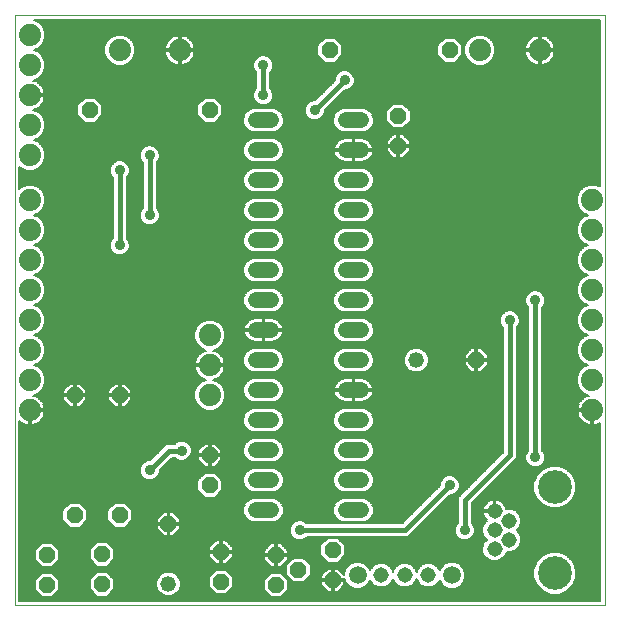
<source format=gbl>
G75*
%MOIN*%
%OFA0B0*%
%FSLAX25Y25*%
%IPPOS*%
%LPD*%
%AMOC8*
5,1,8,0,0,1.08239X$1,22.5*
%
%ADD10C,0.00000*%
%ADD11OC8,0.05200*%
%ADD12C,0.05200*%
%ADD13C,0.05150*%
%ADD14C,0.11220*%
%ADD15C,0.07400*%
%ADD16C,0.05200*%
%ADD17C,0.05937*%
%ADD18C,0.00600*%
%ADD19C,0.03562*%
%ADD20C,0.01600*%
D10*
X0006000Y0007548D02*
X0006000Y0204398D01*
X0202850Y0204398D01*
X0202850Y0007548D01*
X0006000Y0007548D01*
D11*
X0016787Y0014300D03*
X0016787Y0024300D03*
X0026000Y0037548D03*
X0035016Y0024497D03*
X0035016Y0014497D03*
X0041000Y0037548D03*
X0057240Y0034654D03*
X0071000Y0047548D03*
X0071000Y0057548D03*
X0041000Y0077548D03*
X0026000Y0077548D03*
X0074681Y0025265D03*
X0074681Y0015265D03*
X0093047Y0014261D03*
X0100547Y0019261D03*
X0093047Y0024261D03*
X0111965Y0025875D03*
X0111965Y0015875D03*
X0159839Y0089261D03*
X0133835Y0160639D03*
X0133835Y0170639D03*
X0151000Y0192548D03*
X0111000Y0192548D03*
X0071000Y0172548D03*
X0031000Y0172548D03*
D12*
X0139839Y0089261D03*
X0057240Y0014654D03*
D13*
X0128126Y0017548D03*
X0136000Y0017548D03*
X0143874Y0017548D03*
X0165921Y0026249D03*
X0170646Y0029398D03*
X0165921Y0032548D03*
X0170646Y0035698D03*
X0165921Y0038847D03*
D14*
X0186000Y0046918D03*
X0186000Y0018178D03*
D15*
X0198500Y0072548D03*
X0198500Y0082548D03*
X0198500Y0092548D03*
X0198500Y0102548D03*
X0198500Y0112548D03*
X0198500Y0122548D03*
X0198500Y0132548D03*
X0198500Y0142548D03*
X0181000Y0192548D03*
X0161000Y0192548D03*
X0071000Y0097548D03*
X0071000Y0087548D03*
X0071000Y0077548D03*
X0011000Y0072548D03*
X0011000Y0082548D03*
X0011000Y0092548D03*
X0011000Y0102548D03*
X0011000Y0112548D03*
X0011000Y0122548D03*
X0011000Y0132548D03*
X0011000Y0142548D03*
X0011000Y0157548D03*
X0011000Y0167548D03*
X0011000Y0177548D03*
X0011000Y0187548D03*
X0011000Y0197548D03*
X0041000Y0192548D03*
X0061000Y0192548D03*
D16*
X0086294Y0169261D02*
X0091494Y0169261D01*
X0091494Y0159261D02*
X0086294Y0159261D01*
X0086294Y0149261D02*
X0091494Y0149261D01*
X0091494Y0139261D02*
X0086294Y0139261D01*
X0086294Y0129261D02*
X0091494Y0129261D01*
X0091494Y0119261D02*
X0086294Y0119261D01*
X0086294Y0109261D02*
X0091494Y0109261D01*
X0091494Y0099261D02*
X0086294Y0099261D01*
X0086294Y0089261D02*
X0091494Y0089261D01*
X0091494Y0079261D02*
X0086294Y0079261D01*
X0086294Y0069261D02*
X0091494Y0069261D01*
X0091494Y0059261D02*
X0086294Y0059261D01*
X0086294Y0049261D02*
X0091494Y0049261D01*
X0091494Y0039261D02*
X0086294Y0039261D01*
X0116294Y0039261D02*
X0121494Y0039261D01*
X0121494Y0049261D02*
X0116294Y0049261D01*
X0116294Y0059261D02*
X0121494Y0059261D01*
X0121494Y0069261D02*
X0116294Y0069261D01*
X0116294Y0079261D02*
X0121494Y0079261D01*
X0121494Y0089261D02*
X0116294Y0089261D01*
X0116294Y0099261D02*
X0121494Y0099261D01*
X0121494Y0109261D02*
X0116294Y0109261D01*
X0116294Y0119261D02*
X0121494Y0119261D01*
X0121494Y0129261D02*
X0116294Y0129261D01*
X0116294Y0139261D02*
X0121494Y0139261D01*
X0121494Y0149261D02*
X0116294Y0149261D01*
X0116294Y0159261D02*
X0121494Y0159261D01*
X0121494Y0169261D02*
X0116294Y0169261D01*
D17*
X0120252Y0017548D03*
X0151748Y0017548D03*
D18*
X0148596Y0020715D02*
X0146469Y0020715D01*
X0146182Y0021002D02*
X0144685Y0021623D01*
X0143063Y0021623D01*
X0141566Y0021002D01*
X0140420Y0019856D01*
X0139937Y0018691D01*
X0139454Y0019856D01*
X0138308Y0021002D01*
X0136811Y0021623D01*
X0135189Y0021623D01*
X0133692Y0021002D01*
X0132546Y0019856D01*
X0132063Y0018691D01*
X0131580Y0019856D01*
X0130434Y0021002D01*
X0128937Y0021623D01*
X0127315Y0021623D01*
X0125818Y0021002D01*
X0124672Y0019856D01*
X0124402Y0019206D01*
X0124040Y0020079D01*
X0122783Y0021336D01*
X0121141Y0022017D01*
X0119363Y0022017D01*
X0117721Y0021336D01*
X0116464Y0020079D01*
X0115783Y0018437D01*
X0115783Y0017571D01*
X0113580Y0019775D01*
X0112265Y0019775D01*
X0112265Y0016175D01*
X0115865Y0016175D01*
X0115865Y0016463D01*
X0116464Y0015017D01*
X0117721Y0013760D01*
X0119363Y0013080D01*
X0121141Y0013080D01*
X0122783Y0013760D01*
X0124040Y0015017D01*
X0124402Y0015890D01*
X0124672Y0015240D01*
X0125818Y0014094D01*
X0127315Y0013473D01*
X0128937Y0013473D01*
X0130434Y0014094D01*
X0131580Y0015240D01*
X0132063Y0016405D01*
X0132546Y0015240D01*
X0133692Y0014094D01*
X0135189Y0013473D01*
X0136811Y0013473D01*
X0138308Y0014094D01*
X0139454Y0015240D01*
X0139937Y0016405D01*
X0140420Y0015240D01*
X0141566Y0014094D01*
X0143063Y0013473D01*
X0144685Y0013473D01*
X0146182Y0014094D01*
X0147328Y0015240D01*
X0147598Y0015890D01*
X0147960Y0015017D01*
X0149217Y0013760D01*
X0150859Y0013080D01*
X0152637Y0013080D01*
X0154279Y0013760D01*
X0155536Y0015017D01*
X0156217Y0016659D01*
X0156217Y0018437D01*
X0155536Y0020079D01*
X0154279Y0021336D01*
X0152637Y0022017D01*
X0150859Y0022017D01*
X0149217Y0021336D01*
X0147960Y0020079D01*
X0147598Y0019206D01*
X0147328Y0019856D01*
X0146182Y0021002D01*
X0145431Y0021314D02*
X0149194Y0021314D01*
X0150608Y0021912D02*
X0121392Y0021912D01*
X0122806Y0021314D02*
X0126569Y0021314D01*
X0125531Y0020715D02*
X0123404Y0020715D01*
X0124003Y0020117D02*
X0124932Y0020117D01*
X0124532Y0019518D02*
X0124273Y0019518D01*
X0124169Y0015329D02*
X0124635Y0015329D01*
X0125181Y0014730D02*
X0123754Y0014730D01*
X0123155Y0014132D02*
X0125780Y0014132D01*
X0127171Y0013533D02*
X0122236Y0013533D01*
X0118268Y0013533D02*
X0115138Y0013533D01*
X0114540Y0012935D02*
X0181188Y0012935D01*
X0180589Y0013533D02*
X0153732Y0013533D01*
X0154651Y0014132D02*
X0179991Y0014132D01*
X0179972Y0014150D02*
X0181972Y0012150D01*
X0184586Y0011068D01*
X0187414Y0011068D01*
X0190028Y0012150D01*
X0192028Y0014150D01*
X0193110Y0016764D01*
X0193110Y0019592D01*
X0192028Y0022206D01*
X0190028Y0024206D01*
X0187414Y0025288D01*
X0184586Y0025288D01*
X0181972Y0024206D01*
X0179972Y0022206D01*
X0178890Y0019592D01*
X0178890Y0016764D01*
X0179972Y0014150D01*
X0179732Y0014730D02*
X0155250Y0014730D01*
X0155665Y0015329D02*
X0179484Y0015329D01*
X0179236Y0015927D02*
X0155913Y0015927D01*
X0156161Y0016526D02*
X0178988Y0016526D01*
X0178890Y0017124D02*
X0156217Y0017124D01*
X0156217Y0017723D02*
X0178890Y0017723D01*
X0178890Y0018321D02*
X0156217Y0018321D01*
X0156017Y0018920D02*
X0178890Y0018920D01*
X0178890Y0019518D02*
X0155769Y0019518D01*
X0155499Y0020117D02*
X0179107Y0020117D01*
X0179355Y0020715D02*
X0154900Y0020715D01*
X0154302Y0021314D02*
X0179603Y0021314D01*
X0179851Y0021912D02*
X0152888Y0021912D01*
X0147997Y0020117D02*
X0147068Y0020117D01*
X0147468Y0019518D02*
X0147727Y0019518D01*
X0147831Y0015329D02*
X0147365Y0015329D01*
X0146819Y0014730D02*
X0148246Y0014730D01*
X0148845Y0014132D02*
X0146220Y0014132D01*
X0144829Y0013533D02*
X0149764Y0013533D01*
X0142919Y0013533D02*
X0136955Y0013533D01*
X0138346Y0014132D02*
X0141528Y0014132D01*
X0140929Y0014730D02*
X0138945Y0014730D01*
X0139491Y0015329D02*
X0140383Y0015329D01*
X0140135Y0015927D02*
X0139739Y0015927D01*
X0139842Y0018920D02*
X0140032Y0018920D01*
X0140280Y0019518D02*
X0139594Y0019518D01*
X0139194Y0020117D02*
X0140680Y0020117D01*
X0141279Y0020715D02*
X0138595Y0020715D01*
X0137557Y0021314D02*
X0142317Y0021314D01*
X0134443Y0021314D02*
X0129683Y0021314D01*
X0130721Y0020715D02*
X0133405Y0020715D01*
X0132806Y0020117D02*
X0131320Y0020117D01*
X0131720Y0019518D02*
X0132406Y0019518D01*
X0132158Y0018920D02*
X0131968Y0018920D01*
X0131865Y0015927D02*
X0132261Y0015927D01*
X0132509Y0015329D02*
X0131617Y0015329D01*
X0131071Y0014730D02*
X0133055Y0014730D01*
X0133654Y0014132D02*
X0130472Y0014132D01*
X0129081Y0013533D02*
X0135045Y0013533D01*
X0136953Y0030248D02*
X0150972Y0044267D01*
X0151653Y0044267D01*
X0152859Y0044766D01*
X0153782Y0045689D01*
X0154281Y0046895D01*
X0154281Y0048201D01*
X0153782Y0049407D01*
X0152859Y0050330D01*
X0151653Y0050829D01*
X0150347Y0050829D01*
X0149141Y0050330D01*
X0148218Y0049407D01*
X0147719Y0048201D01*
X0147719Y0047520D01*
X0135047Y0034848D01*
X0103340Y0034848D01*
X0102859Y0035330D01*
X0101653Y0035829D01*
X0100347Y0035829D01*
X0099141Y0035330D01*
X0098218Y0034407D01*
X0097719Y0033201D01*
X0097719Y0031895D01*
X0098218Y0030689D01*
X0099141Y0029766D01*
X0100347Y0029267D01*
X0101653Y0029267D01*
X0102859Y0029766D01*
X0103340Y0030248D01*
X0136953Y0030248D01*
X0136996Y0030291D02*
X0153616Y0030291D01*
X0153218Y0030689D02*
X0154141Y0029766D01*
X0155347Y0029267D01*
X0156653Y0029267D01*
X0157859Y0029766D01*
X0158782Y0030689D01*
X0159281Y0031895D01*
X0159281Y0033201D01*
X0158782Y0034407D01*
X0158300Y0034888D01*
X0158300Y0041595D01*
X0173300Y0056595D01*
X0173300Y0100208D01*
X0173782Y0100689D01*
X0174281Y0101895D01*
X0174281Y0103201D01*
X0173782Y0104407D01*
X0172859Y0105330D01*
X0171653Y0105829D01*
X0170347Y0105829D01*
X0169141Y0105330D01*
X0168218Y0104407D01*
X0167719Y0103201D01*
X0167719Y0101895D01*
X0168218Y0100689D01*
X0168700Y0100208D01*
X0168700Y0058501D01*
X0155047Y0044848D01*
X0153700Y0043501D01*
X0153700Y0034888D01*
X0153218Y0034407D01*
X0152719Y0033201D01*
X0152719Y0031895D01*
X0153218Y0030689D01*
X0153135Y0030890D02*
X0137595Y0030890D01*
X0138193Y0031488D02*
X0152887Y0031488D01*
X0152719Y0032087D02*
X0138792Y0032087D01*
X0139390Y0032686D02*
X0152719Y0032686D01*
X0152753Y0033284D02*
X0139989Y0033284D01*
X0140587Y0033883D02*
X0153001Y0033883D01*
X0153293Y0034481D02*
X0141186Y0034481D01*
X0141784Y0035080D02*
X0153700Y0035080D01*
X0153700Y0035678D02*
X0142383Y0035678D01*
X0142981Y0036277D02*
X0153700Y0036277D01*
X0153700Y0036875D02*
X0143580Y0036875D01*
X0144178Y0037474D02*
X0153700Y0037474D01*
X0153700Y0038072D02*
X0144777Y0038072D01*
X0145375Y0038671D02*
X0153700Y0038671D01*
X0153700Y0039269D02*
X0145974Y0039269D01*
X0146572Y0039868D02*
X0153700Y0039868D01*
X0153700Y0040466D02*
X0147171Y0040466D01*
X0147769Y0041065D02*
X0153700Y0041065D01*
X0153700Y0041663D02*
X0148368Y0041663D01*
X0148966Y0042262D02*
X0153700Y0042262D01*
X0153700Y0042860D02*
X0149565Y0042860D01*
X0150163Y0043459D02*
X0153700Y0043459D01*
X0154257Y0044057D02*
X0150762Y0044057D01*
X0152591Y0044656D02*
X0154855Y0044656D01*
X0155454Y0045254D02*
X0153346Y0045254D01*
X0153849Y0045853D02*
X0156052Y0045853D01*
X0156651Y0046451D02*
X0154097Y0046451D01*
X0154281Y0047050D02*
X0157249Y0047050D01*
X0157848Y0047648D02*
X0154281Y0047648D01*
X0154262Y0048247D02*
X0158446Y0048247D01*
X0159045Y0048845D02*
X0154014Y0048845D01*
X0153744Y0049444D02*
X0159643Y0049444D01*
X0160242Y0050042D02*
X0153146Y0050042D01*
X0152107Y0050641D02*
X0160840Y0050641D01*
X0161439Y0051239D02*
X0125112Y0051239D01*
X0124970Y0051583D02*
X0125594Y0050076D01*
X0125594Y0048445D01*
X0124970Y0046938D01*
X0123816Y0045785D01*
X0122309Y0045161D01*
X0115478Y0045161D01*
X0113971Y0045785D01*
X0112818Y0046938D01*
X0112194Y0048445D01*
X0112194Y0050076D01*
X0112818Y0051583D01*
X0113971Y0052736D01*
X0115478Y0053361D01*
X0122309Y0053361D01*
X0123816Y0052736D01*
X0124970Y0051583D01*
X0124715Y0051838D02*
X0162037Y0051838D01*
X0162636Y0052436D02*
X0124116Y0052436D01*
X0123096Y0053035D02*
X0163234Y0053035D01*
X0163833Y0053633D02*
X0055338Y0053633D01*
X0054740Y0053035D02*
X0084692Y0053035D01*
X0083971Y0052736D02*
X0082818Y0051583D01*
X0082194Y0050076D01*
X0082194Y0048445D01*
X0082818Y0046938D01*
X0083971Y0045785D01*
X0085478Y0045161D01*
X0092309Y0045161D01*
X0093816Y0045785D01*
X0094970Y0046938D01*
X0095594Y0048445D01*
X0095594Y0050076D01*
X0094970Y0051583D01*
X0093816Y0052736D01*
X0092309Y0053361D01*
X0085478Y0053361D01*
X0083971Y0052736D01*
X0083671Y0052436D02*
X0054281Y0052436D01*
X0054281Y0052576D02*
X0058468Y0056764D01*
X0059329Y0056764D01*
X0059811Y0056282D01*
X0061017Y0055783D01*
X0062322Y0055783D01*
X0063528Y0056282D01*
X0064451Y0057205D01*
X0064950Y0058411D01*
X0064950Y0059716D01*
X0064451Y0060922D01*
X0063528Y0061845D01*
X0062322Y0062345D01*
X0061017Y0062345D01*
X0059811Y0061845D01*
X0059329Y0061364D01*
X0056563Y0061364D01*
X0055216Y0060016D01*
X0051028Y0055829D01*
X0050347Y0055829D01*
X0049141Y0055330D01*
X0048218Y0054407D01*
X0047719Y0053201D01*
X0047719Y0051895D01*
X0048218Y0050689D01*
X0049141Y0049766D01*
X0050347Y0049267D01*
X0051653Y0049267D01*
X0052859Y0049766D01*
X0053782Y0050689D01*
X0054281Y0051895D01*
X0054281Y0052576D01*
X0054257Y0051838D02*
X0083073Y0051838D01*
X0082676Y0051239D02*
X0073107Y0051239D01*
X0072698Y0051648D02*
X0069302Y0051648D01*
X0066900Y0049246D01*
X0066900Y0045850D01*
X0069302Y0043448D01*
X0072698Y0043448D01*
X0075100Y0045850D01*
X0075100Y0049246D01*
X0072698Y0051648D01*
X0073705Y0050641D02*
X0082428Y0050641D01*
X0082194Y0050042D02*
X0074304Y0050042D01*
X0074902Y0049444D02*
X0082194Y0049444D01*
X0082194Y0048845D02*
X0075100Y0048845D01*
X0075100Y0048247D02*
X0082276Y0048247D01*
X0082524Y0047648D02*
X0075100Y0047648D01*
X0075100Y0047050D02*
X0082772Y0047050D01*
X0083305Y0046451D02*
X0075100Y0046451D01*
X0075100Y0045853D02*
X0083903Y0045853D01*
X0085252Y0045254D02*
X0074504Y0045254D01*
X0073906Y0044656D02*
X0144855Y0044656D01*
X0145454Y0045254D02*
X0122535Y0045254D01*
X0123884Y0045853D02*
X0146052Y0045853D01*
X0146651Y0046451D02*
X0124483Y0046451D01*
X0125016Y0047050D02*
X0147249Y0047050D01*
X0147719Y0047648D02*
X0125264Y0047648D01*
X0125512Y0048247D02*
X0147738Y0048247D01*
X0147986Y0048845D02*
X0125594Y0048845D01*
X0125594Y0049444D02*
X0148256Y0049444D01*
X0148854Y0050042D02*
X0125594Y0050042D01*
X0125360Y0050641D02*
X0149893Y0050641D01*
X0144257Y0044057D02*
X0073307Y0044057D01*
X0072709Y0043459D02*
X0143658Y0043459D01*
X0143059Y0042860D02*
X0123517Y0042860D01*
X0123816Y0042736D02*
X0122309Y0043361D01*
X0115478Y0043361D01*
X0113971Y0042736D01*
X0112818Y0041583D01*
X0112194Y0040076D01*
X0112194Y0038445D01*
X0112818Y0036938D01*
X0113971Y0035785D01*
X0115478Y0035161D01*
X0122309Y0035161D01*
X0123816Y0035785D01*
X0124970Y0036938D01*
X0125594Y0038445D01*
X0125594Y0040076D01*
X0124970Y0041583D01*
X0123816Y0042736D01*
X0124291Y0042262D02*
X0142461Y0042262D01*
X0141862Y0041663D02*
X0124889Y0041663D01*
X0125184Y0041065D02*
X0141264Y0041065D01*
X0140665Y0040466D02*
X0125432Y0040466D01*
X0125594Y0039868D02*
X0140067Y0039868D01*
X0139468Y0039269D02*
X0125594Y0039269D01*
X0125594Y0038671D02*
X0138870Y0038671D01*
X0138271Y0038072D02*
X0125439Y0038072D01*
X0125191Y0037474D02*
X0137673Y0037474D01*
X0137074Y0036875D02*
X0124906Y0036875D01*
X0124308Y0036277D02*
X0136476Y0036277D01*
X0135877Y0035678D02*
X0123558Y0035678D01*
X0114229Y0035678D02*
X0102017Y0035678D01*
X0103109Y0035080D02*
X0135279Y0035080D01*
X0119112Y0021912D02*
X0113800Y0021912D01*
X0113663Y0021775D02*
X0116065Y0024177D01*
X0116065Y0027573D01*
X0113663Y0029975D01*
X0110266Y0029975D01*
X0107865Y0027573D01*
X0107865Y0024177D01*
X0110266Y0021775D01*
X0113663Y0021775D01*
X0114399Y0022511D02*
X0164298Y0022511D01*
X0163613Y0022794D02*
X0165111Y0022174D01*
X0166732Y0022174D01*
X0168229Y0022794D01*
X0169376Y0023941D01*
X0169949Y0025324D01*
X0171456Y0025324D01*
X0172954Y0025944D01*
X0174100Y0027090D01*
X0174720Y0028588D01*
X0174720Y0030209D01*
X0174100Y0031707D01*
X0173259Y0032548D01*
X0174100Y0033389D01*
X0174720Y0034887D01*
X0174720Y0036508D01*
X0174100Y0038006D01*
X0172954Y0039152D01*
X0171456Y0039772D01*
X0169835Y0039772D01*
X0169699Y0039716D01*
X0169647Y0039977D01*
X0169355Y0040683D01*
X0168931Y0041317D01*
X0168391Y0041857D01*
X0167757Y0042281D01*
X0167051Y0042573D01*
X0166303Y0042722D01*
X0166221Y0042722D01*
X0166221Y0039147D01*
X0165621Y0039147D01*
X0165621Y0038547D01*
X0162046Y0038547D01*
X0162046Y0038466D01*
X0162195Y0037717D01*
X0162487Y0037012D01*
X0162912Y0036377D01*
X0163450Y0035839D01*
X0162467Y0034856D01*
X0161846Y0033359D01*
X0161846Y0031737D01*
X0162467Y0030240D01*
X0163308Y0029398D01*
X0162467Y0028557D01*
X0161846Y0027059D01*
X0161846Y0025438D01*
X0162467Y0023941D01*
X0163613Y0022794D01*
X0163298Y0023109D02*
X0114997Y0023109D01*
X0115596Y0023708D02*
X0162700Y0023708D01*
X0162315Y0024306D02*
X0116065Y0024306D01*
X0116065Y0024905D02*
X0162067Y0024905D01*
X0161846Y0025503D02*
X0116065Y0025503D01*
X0116065Y0026102D02*
X0161846Y0026102D01*
X0161846Y0026700D02*
X0116065Y0026700D01*
X0116065Y0027299D02*
X0161946Y0027299D01*
X0162194Y0027897D02*
X0115740Y0027897D01*
X0115142Y0028496D02*
X0162442Y0028496D01*
X0163004Y0029094D02*
X0114543Y0029094D01*
X0113945Y0029693D02*
X0154319Y0029693D01*
X0157681Y0029693D02*
X0163014Y0029693D01*
X0162445Y0030291D02*
X0158384Y0030291D01*
X0158865Y0030890D02*
X0162198Y0030890D01*
X0161950Y0031488D02*
X0159113Y0031488D01*
X0159281Y0032087D02*
X0161846Y0032087D01*
X0161846Y0032686D02*
X0159281Y0032686D01*
X0159247Y0033284D02*
X0161846Y0033284D01*
X0162063Y0033883D02*
X0158999Y0033883D01*
X0158707Y0034481D02*
X0162311Y0034481D01*
X0162690Y0035080D02*
X0158300Y0035080D01*
X0158300Y0035678D02*
X0163289Y0035678D01*
X0163012Y0036277D02*
X0158300Y0036277D01*
X0158300Y0036875D02*
X0162579Y0036875D01*
X0162296Y0037474D02*
X0158300Y0037474D01*
X0158300Y0038072D02*
X0162125Y0038072D01*
X0162046Y0039147D02*
X0165621Y0039147D01*
X0165621Y0042722D01*
X0165540Y0042722D01*
X0164791Y0042573D01*
X0164086Y0042281D01*
X0163451Y0041857D01*
X0162912Y0041317D01*
X0162487Y0040683D01*
X0162195Y0039977D01*
X0162046Y0039229D01*
X0162046Y0039147D01*
X0162054Y0039269D02*
X0158300Y0039269D01*
X0158300Y0038671D02*
X0165621Y0038671D01*
X0165621Y0039269D02*
X0166221Y0039269D01*
X0166221Y0039868D02*
X0165621Y0039868D01*
X0165621Y0040466D02*
X0166221Y0040466D01*
X0166221Y0041065D02*
X0165621Y0041065D01*
X0165621Y0041663D02*
X0166221Y0041663D01*
X0166221Y0042262D02*
X0165621Y0042262D01*
X0164057Y0042262D02*
X0158966Y0042262D01*
X0158368Y0041663D02*
X0163257Y0041663D01*
X0162743Y0041065D02*
X0158300Y0041065D01*
X0158300Y0040466D02*
X0162398Y0040466D01*
X0162174Y0039868D02*
X0158300Y0039868D01*
X0159565Y0042860D02*
X0180003Y0042860D01*
X0179972Y0042890D02*
X0181972Y0040890D01*
X0184586Y0039808D01*
X0187414Y0039808D01*
X0190028Y0040890D01*
X0192028Y0042890D01*
X0193110Y0045504D01*
X0193110Y0048332D01*
X0192028Y0050946D01*
X0190028Y0052946D01*
X0187414Y0054028D01*
X0184586Y0054028D01*
X0181972Y0052946D01*
X0179972Y0050946D01*
X0178890Y0048332D01*
X0178890Y0045504D01*
X0179972Y0042890D01*
X0179737Y0043459D02*
X0160163Y0043459D01*
X0160762Y0044057D02*
X0179489Y0044057D01*
X0179241Y0044656D02*
X0161360Y0044656D01*
X0161959Y0045254D02*
X0178993Y0045254D01*
X0178890Y0045853D02*
X0162557Y0045853D01*
X0163156Y0046451D02*
X0178890Y0046451D01*
X0178890Y0047050D02*
X0163754Y0047050D01*
X0164353Y0047648D02*
X0178890Y0047648D01*
X0178890Y0048247D02*
X0164951Y0048247D01*
X0165550Y0048845D02*
X0179102Y0048845D01*
X0179350Y0049444D02*
X0166148Y0049444D01*
X0166747Y0050042D02*
X0179598Y0050042D01*
X0179846Y0050641D02*
X0167345Y0050641D01*
X0167944Y0051239D02*
X0180266Y0051239D01*
X0180864Y0051838D02*
X0168543Y0051838D01*
X0169141Y0052436D02*
X0181463Y0052436D01*
X0182187Y0053035D02*
X0169740Y0053035D01*
X0170338Y0053633D02*
X0178583Y0053633D01*
X0178812Y0053539D02*
X0180117Y0053539D01*
X0181323Y0054038D01*
X0182246Y0054961D01*
X0182746Y0056167D01*
X0182746Y0057472D01*
X0182246Y0058678D01*
X0181765Y0059160D01*
X0181765Y0106842D01*
X0182246Y0107323D01*
X0182746Y0108529D01*
X0182746Y0109835D01*
X0182246Y0111040D01*
X0181323Y0111963D01*
X0180117Y0112463D01*
X0178812Y0112463D01*
X0177606Y0111963D01*
X0176683Y0111040D01*
X0176183Y0109835D01*
X0176183Y0108529D01*
X0176683Y0107323D01*
X0177165Y0106842D01*
X0177165Y0059160D01*
X0176683Y0058678D01*
X0176183Y0057472D01*
X0176183Y0056167D01*
X0176683Y0054961D01*
X0177606Y0054038D01*
X0178812Y0053539D01*
X0180346Y0053633D02*
X0183632Y0053633D01*
X0182115Y0054830D02*
X0201000Y0054830D01*
X0201000Y0054232D02*
X0181517Y0054232D01*
X0182440Y0055429D02*
X0201000Y0055429D01*
X0201000Y0056027D02*
X0182688Y0056027D01*
X0182746Y0056626D02*
X0201000Y0056626D01*
X0201000Y0057224D02*
X0182746Y0057224D01*
X0182600Y0057823D02*
X0201000Y0057823D01*
X0201000Y0058421D02*
X0182353Y0058421D01*
X0181904Y0059020D02*
X0201000Y0059020D01*
X0201000Y0059619D02*
X0181765Y0059619D01*
X0181765Y0060217D02*
X0201000Y0060217D01*
X0201000Y0060816D02*
X0181765Y0060816D01*
X0181765Y0061414D02*
X0201000Y0061414D01*
X0201000Y0062013D02*
X0181765Y0062013D01*
X0181765Y0062611D02*
X0201000Y0062611D01*
X0201000Y0063210D02*
X0181765Y0063210D01*
X0181765Y0063808D02*
X0201000Y0063808D01*
X0201000Y0064407D02*
X0181765Y0064407D01*
X0181765Y0065005D02*
X0201000Y0065005D01*
X0201000Y0065604D02*
X0181765Y0065604D01*
X0181765Y0066202D02*
X0201000Y0066202D01*
X0201000Y0066801D02*
X0181765Y0066801D01*
X0181765Y0067399D02*
X0201000Y0067399D01*
X0201000Y0067998D02*
X0200583Y0067998D01*
X0200419Y0067914D02*
X0201000Y0068210D01*
X0201000Y0009048D01*
X0007500Y0009048D01*
X0007500Y0068977D01*
X0007743Y0068734D01*
X0008379Y0068272D01*
X0009081Y0067914D01*
X0009829Y0067671D01*
X0010606Y0067548D01*
X0010700Y0067548D01*
X0010700Y0072248D01*
X0011300Y0072248D01*
X0011300Y0067548D01*
X0011394Y0067548D01*
X0012171Y0067671D01*
X0012919Y0067914D01*
X0013621Y0068272D01*
X0014257Y0068734D01*
X0014814Y0069291D01*
X0015276Y0069927D01*
X0015634Y0070629D01*
X0015877Y0071377D01*
X0016000Y0072155D01*
X0016000Y0072248D01*
X0011300Y0072248D01*
X0011300Y0072848D01*
X0016000Y0072848D01*
X0016000Y0072942D01*
X0015877Y0073719D01*
X0015634Y0074467D01*
X0015276Y0075169D01*
X0014814Y0075805D01*
X0014257Y0076362D01*
X0013621Y0076824D01*
X0012919Y0077182D01*
X0012198Y0077416D01*
X0013946Y0078140D01*
X0015408Y0079602D01*
X0016200Y0081514D01*
X0016200Y0083582D01*
X0015408Y0085494D01*
X0013946Y0086956D01*
X0012517Y0087548D01*
X0013946Y0088140D01*
X0015408Y0089602D01*
X0016200Y0091514D01*
X0016200Y0093582D01*
X0015408Y0095494D01*
X0013946Y0096956D01*
X0012517Y0097548D01*
X0013946Y0098140D01*
X0015408Y0099602D01*
X0016200Y0101514D01*
X0067612Y0101514D01*
X0068054Y0101956D02*
X0066592Y0100494D01*
X0065800Y0098582D01*
X0065800Y0096514D01*
X0066592Y0094602D01*
X0068054Y0093140D01*
X0069802Y0092416D01*
X0069081Y0092182D01*
X0068379Y0091824D01*
X0067743Y0091362D01*
X0067186Y0090805D01*
X0066724Y0090169D01*
X0066366Y0089467D01*
X0066123Y0088719D01*
X0066000Y0087942D01*
X0066000Y0087848D01*
X0070700Y0087848D01*
X0070700Y0087248D01*
X0066000Y0087248D01*
X0066000Y0087155D01*
X0066123Y0086377D01*
X0066366Y0085629D01*
X0066724Y0084927D01*
X0067186Y0084291D01*
X0067743Y0083734D01*
X0068379Y0083272D01*
X0069081Y0082914D01*
X0069802Y0082680D01*
X0068054Y0081956D01*
X0066592Y0080494D01*
X0065800Y0078582D01*
X0065800Y0076514D01*
X0066592Y0074602D01*
X0068054Y0073140D01*
X0069966Y0072348D01*
X0072034Y0072348D01*
X0073946Y0073140D01*
X0075408Y0074602D01*
X0076200Y0076514D01*
X0076200Y0078582D01*
X0075408Y0080494D01*
X0073946Y0081956D01*
X0072198Y0082680D01*
X0072919Y0082914D01*
X0073621Y0083272D01*
X0074257Y0083734D01*
X0074814Y0084291D01*
X0075276Y0084927D01*
X0075634Y0085629D01*
X0075877Y0086377D01*
X0076000Y0087155D01*
X0076000Y0087248D01*
X0071300Y0087248D01*
X0071300Y0087848D01*
X0076000Y0087848D01*
X0076000Y0087942D01*
X0075877Y0088719D01*
X0075634Y0089467D01*
X0075276Y0090169D01*
X0074814Y0090805D01*
X0074257Y0091362D01*
X0073621Y0091824D01*
X0072919Y0092182D01*
X0072198Y0092416D01*
X0073946Y0093140D01*
X0075408Y0094602D01*
X0076200Y0096514D01*
X0076200Y0098582D01*
X0075408Y0100494D01*
X0073946Y0101956D01*
X0072034Y0102748D01*
X0069966Y0102748D01*
X0068054Y0101956D01*
X0068432Y0102113D02*
X0016200Y0102113D01*
X0016200Y0102711D02*
X0069877Y0102711D01*
X0072123Y0102711D02*
X0084438Y0102711D01*
X0084446Y0102717D02*
X0083808Y0102290D01*
X0083264Y0101747D01*
X0082838Y0101108D01*
X0082544Y0100398D01*
X0082394Y0099645D01*
X0082394Y0099561D01*
X0088594Y0099561D01*
X0088594Y0103161D01*
X0085910Y0103161D01*
X0085156Y0103011D01*
X0084446Y0102717D01*
X0083630Y0102113D02*
X0073568Y0102113D01*
X0074388Y0101514D02*
X0083109Y0101514D01*
X0082758Y0100916D02*
X0074986Y0100916D01*
X0075481Y0100317D02*
X0082527Y0100317D01*
X0082408Y0099719D02*
X0075729Y0099719D01*
X0075977Y0099120D02*
X0088594Y0099120D01*
X0088594Y0098961D02*
X0082394Y0098961D01*
X0082394Y0098877D01*
X0082544Y0098123D01*
X0082838Y0097413D01*
X0083264Y0096775D01*
X0083808Y0096231D01*
X0084446Y0095804D01*
X0085156Y0095511D01*
X0085910Y0095361D01*
X0088594Y0095361D01*
X0088594Y0098961D01*
X0088594Y0099561D01*
X0089194Y0099561D01*
X0089194Y0103161D01*
X0091878Y0103161D01*
X0092631Y0103011D01*
X0093341Y0102717D01*
X0093980Y0102290D01*
X0094523Y0101747D01*
X0094950Y0101108D01*
X0095244Y0100398D01*
X0095394Y0099645D01*
X0095394Y0099561D01*
X0089194Y0099561D01*
X0089194Y0098961D01*
X0095394Y0098961D01*
X0095394Y0098877D01*
X0095244Y0098123D01*
X0094950Y0097413D01*
X0094523Y0096775D01*
X0093980Y0096231D01*
X0093341Y0095804D01*
X0092631Y0095511D01*
X0091878Y0095361D01*
X0089194Y0095361D01*
X0089194Y0098961D01*
X0088594Y0098961D01*
X0088594Y0098522D02*
X0089194Y0098522D01*
X0089194Y0099120D02*
X0112194Y0099120D01*
X0112194Y0098522D02*
X0095323Y0098522D01*
X0095161Y0097923D02*
X0112410Y0097923D01*
X0112194Y0098445D02*
X0112818Y0096938D01*
X0113971Y0095785D01*
X0115478Y0095161D01*
X0122309Y0095161D01*
X0123816Y0095785D01*
X0124970Y0096938D01*
X0125594Y0098445D01*
X0125594Y0100076D01*
X0124970Y0101583D01*
X0123816Y0102736D01*
X0122309Y0103361D01*
X0115478Y0103361D01*
X0113971Y0102736D01*
X0112818Y0101583D01*
X0112194Y0100076D01*
X0112194Y0098445D01*
X0112658Y0097325D02*
X0094891Y0097325D01*
X0094475Y0096726D02*
X0113030Y0096726D01*
X0113628Y0096128D02*
X0093825Y0096128D01*
X0092676Y0095529D02*
X0114588Y0095529D01*
X0115478Y0093361D02*
X0113971Y0092736D01*
X0112818Y0091583D01*
X0112194Y0090076D01*
X0112194Y0088445D01*
X0112818Y0086938D01*
X0113971Y0085785D01*
X0115478Y0085161D01*
X0122309Y0085161D01*
X0123816Y0085785D01*
X0124970Y0086938D01*
X0125594Y0088445D01*
X0125594Y0090076D01*
X0124970Y0091583D01*
X0123816Y0092736D01*
X0122309Y0093361D01*
X0115478Y0093361D01*
X0114934Y0093135D02*
X0092854Y0093135D01*
X0092309Y0093361D02*
X0093816Y0092736D01*
X0094970Y0091583D01*
X0095594Y0090076D01*
X0095594Y0088445D01*
X0094970Y0086938D01*
X0093816Y0085785D01*
X0092309Y0085161D01*
X0085478Y0085161D01*
X0083971Y0085785D01*
X0082818Y0086938D01*
X0082194Y0088445D01*
X0082194Y0090076D01*
X0082818Y0091583D01*
X0083971Y0092736D01*
X0085478Y0093361D01*
X0092309Y0093361D01*
X0094016Y0092537D02*
X0113771Y0092537D01*
X0113173Y0091938D02*
X0094614Y0091938D01*
X0095070Y0091340D02*
X0112717Y0091340D01*
X0112469Y0090741D02*
X0095318Y0090741D01*
X0095566Y0090143D02*
X0112221Y0090143D01*
X0112194Y0089544D02*
X0095594Y0089544D01*
X0095594Y0088946D02*
X0112194Y0088946D01*
X0112234Y0088347D02*
X0095553Y0088347D01*
X0095305Y0087749D02*
X0112482Y0087749D01*
X0112730Y0087150D02*
X0095057Y0087150D01*
X0094583Y0086552D02*
X0113205Y0086552D01*
X0113803Y0085953D02*
X0093984Y0085953D01*
X0092777Y0085355D02*
X0115010Y0085355D01*
X0115156Y0083011D02*
X0114446Y0082717D01*
X0113808Y0082290D01*
X0113264Y0081747D01*
X0112838Y0081108D01*
X0112544Y0080398D01*
X0112394Y0079645D01*
X0112394Y0079561D01*
X0118594Y0079561D01*
X0118594Y0083161D01*
X0115910Y0083161D01*
X0115156Y0083011D01*
X0115035Y0082960D02*
X0093275Y0082960D01*
X0093816Y0082736D02*
X0092309Y0083361D01*
X0085478Y0083361D01*
X0083971Y0082736D01*
X0082818Y0081583D01*
X0082194Y0080076D01*
X0082194Y0078445D01*
X0082818Y0076938D01*
X0083971Y0075785D01*
X0085478Y0075161D01*
X0092309Y0075161D01*
X0093816Y0075785D01*
X0094970Y0076938D01*
X0095594Y0078445D01*
X0095594Y0080076D01*
X0094970Y0081583D01*
X0093816Y0082736D01*
X0094191Y0082362D02*
X0113915Y0082362D01*
X0113281Y0081763D02*
X0094789Y0081763D01*
X0095143Y0081165D02*
X0112876Y0081165D01*
X0112613Y0080566D02*
X0095391Y0080566D01*
X0095594Y0079968D02*
X0112458Y0079968D01*
X0112394Y0078961D02*
X0112394Y0078877D01*
X0112544Y0078123D01*
X0112838Y0077413D01*
X0113264Y0076775D01*
X0113808Y0076231D01*
X0114446Y0075804D01*
X0115156Y0075511D01*
X0115910Y0075361D01*
X0118594Y0075361D01*
X0118594Y0078961D01*
X0112394Y0078961D01*
X0112415Y0078771D02*
X0095594Y0078771D01*
X0095594Y0079369D02*
X0118594Y0079369D01*
X0118594Y0079561D02*
X0118594Y0078961D01*
X0119194Y0078961D01*
X0119194Y0079561D01*
X0118594Y0079561D01*
X0118594Y0079968D02*
X0119194Y0079968D01*
X0119194Y0079561D02*
X0119194Y0083161D01*
X0121878Y0083161D01*
X0122631Y0083011D01*
X0123341Y0082717D01*
X0123980Y0082290D01*
X0124523Y0081747D01*
X0124950Y0081108D01*
X0125244Y0080398D01*
X0125394Y0079645D01*
X0125394Y0079561D01*
X0119194Y0079561D01*
X0119194Y0079369D02*
X0168700Y0079369D01*
X0168700Y0078771D02*
X0125373Y0078771D01*
X0125394Y0078877D02*
X0125244Y0078123D01*
X0124950Y0077413D01*
X0124523Y0076775D01*
X0123980Y0076231D01*
X0123341Y0075804D01*
X0122631Y0075511D01*
X0121878Y0075361D01*
X0119194Y0075361D01*
X0119194Y0078961D01*
X0125394Y0078961D01*
X0125394Y0078877D01*
X0125254Y0078172D02*
X0168700Y0078172D01*
X0168700Y0077574D02*
X0125016Y0077574D01*
X0124657Y0076975D02*
X0168700Y0076975D01*
X0168700Y0076377D02*
X0124125Y0076377D01*
X0123278Y0075778D02*
X0168700Y0075778D01*
X0168700Y0075180D02*
X0092356Y0075180D01*
X0093800Y0075778D02*
X0114510Y0075778D01*
X0113662Y0076377D02*
X0094408Y0076377D01*
X0094985Y0076975D02*
X0113130Y0076975D01*
X0112771Y0077574D02*
X0095233Y0077574D01*
X0095481Y0078172D02*
X0112534Y0078172D01*
X0114090Y0072786D02*
X0093697Y0072786D01*
X0093816Y0072736D02*
X0092309Y0073361D01*
X0085478Y0073361D01*
X0083971Y0072736D01*
X0082818Y0071583D01*
X0082194Y0070076D01*
X0082194Y0068445D01*
X0082818Y0066938D01*
X0083971Y0065785D01*
X0085478Y0065161D01*
X0092309Y0065161D01*
X0093816Y0065785D01*
X0094970Y0066938D01*
X0095594Y0068445D01*
X0095594Y0070076D01*
X0094970Y0071583D01*
X0093816Y0072736D01*
X0094365Y0072187D02*
X0113422Y0072187D01*
X0113971Y0072736D02*
X0112818Y0071583D01*
X0112194Y0070076D01*
X0112194Y0068445D01*
X0112818Y0066938D01*
X0113971Y0065785D01*
X0115478Y0065161D01*
X0122309Y0065161D01*
X0123816Y0065785D01*
X0124970Y0066938D01*
X0125594Y0068445D01*
X0125594Y0070076D01*
X0124970Y0071583D01*
X0123816Y0072736D01*
X0122309Y0073361D01*
X0115478Y0073361D01*
X0113971Y0072736D01*
X0112824Y0071589D02*
X0094964Y0071589D01*
X0095215Y0070990D02*
X0112572Y0070990D01*
X0112324Y0070392D02*
X0095463Y0070392D01*
X0095594Y0069793D02*
X0112194Y0069793D01*
X0112194Y0069195D02*
X0095594Y0069195D01*
X0095594Y0068596D02*
X0112194Y0068596D01*
X0112379Y0067998D02*
X0095408Y0067998D01*
X0095160Y0067399D02*
X0112627Y0067399D01*
X0112955Y0066801D02*
X0094832Y0066801D01*
X0094233Y0066202D02*
X0113554Y0066202D01*
X0114409Y0065604D02*
X0093379Y0065604D01*
X0092309Y0063361D02*
X0093816Y0062736D01*
X0094970Y0061583D01*
X0095594Y0060076D01*
X0095594Y0058445D01*
X0094970Y0056938D01*
X0093816Y0055785D01*
X0092309Y0055161D01*
X0085478Y0055161D01*
X0083971Y0055785D01*
X0082818Y0056938D01*
X0082194Y0058445D01*
X0082194Y0060076D01*
X0082818Y0061583D01*
X0083971Y0062736D01*
X0085478Y0063361D01*
X0092309Y0063361D01*
X0092674Y0063210D02*
X0115114Y0063210D01*
X0115478Y0063361D02*
X0113971Y0062736D01*
X0112818Y0061583D01*
X0112194Y0060076D01*
X0112194Y0058445D01*
X0112818Y0056938D01*
X0113971Y0055785D01*
X0115478Y0055161D01*
X0122309Y0055161D01*
X0123816Y0055785D01*
X0124970Y0056938D01*
X0125594Y0058445D01*
X0125594Y0060076D01*
X0124970Y0061583D01*
X0123816Y0062736D01*
X0122309Y0063361D01*
X0115478Y0063361D01*
X0113846Y0062611D02*
X0093942Y0062611D01*
X0094540Y0062013D02*
X0113247Y0062013D01*
X0112748Y0061414D02*
X0095040Y0061414D01*
X0095287Y0060816D02*
X0112500Y0060816D01*
X0112252Y0060217D02*
X0095535Y0060217D01*
X0095594Y0059619D02*
X0112194Y0059619D01*
X0112194Y0059020D02*
X0095594Y0059020D01*
X0095584Y0058421D02*
X0112203Y0058421D01*
X0112451Y0057823D02*
X0095336Y0057823D01*
X0095088Y0057224D02*
X0112699Y0057224D01*
X0113130Y0056626D02*
X0094657Y0056626D01*
X0094059Y0056027D02*
X0113729Y0056027D01*
X0114830Y0055429D02*
X0092957Y0055429D01*
X0093096Y0053035D02*
X0114692Y0053035D01*
X0113671Y0052436D02*
X0094116Y0052436D01*
X0094715Y0051838D02*
X0113073Y0051838D01*
X0112676Y0051239D02*
X0095112Y0051239D01*
X0095360Y0050641D02*
X0112428Y0050641D01*
X0112194Y0050042D02*
X0095594Y0050042D01*
X0095594Y0049444D02*
X0112194Y0049444D01*
X0112194Y0048845D02*
X0095594Y0048845D01*
X0095512Y0048247D02*
X0112276Y0048247D01*
X0112524Y0047648D02*
X0095264Y0047648D01*
X0095016Y0047050D02*
X0112772Y0047050D01*
X0113305Y0046451D02*
X0094483Y0046451D01*
X0093884Y0045853D02*
X0113903Y0045853D01*
X0115252Y0045254D02*
X0092535Y0045254D01*
X0092309Y0043361D02*
X0093816Y0042736D01*
X0094970Y0041583D01*
X0095594Y0040076D01*
X0095594Y0038445D01*
X0094970Y0036938D01*
X0093816Y0035785D01*
X0092309Y0035161D01*
X0085478Y0035161D01*
X0083971Y0035785D01*
X0082818Y0036938D01*
X0082194Y0038445D01*
X0082194Y0040076D01*
X0082818Y0041583D01*
X0083971Y0042736D01*
X0085478Y0043361D01*
X0092309Y0043361D01*
X0093517Y0042860D02*
X0114270Y0042860D01*
X0113496Y0042262D02*
X0094291Y0042262D01*
X0094889Y0041663D02*
X0112898Y0041663D01*
X0112603Y0041065D02*
X0095184Y0041065D01*
X0095432Y0040466D02*
X0112355Y0040466D01*
X0112194Y0039868D02*
X0095594Y0039868D01*
X0095594Y0039269D02*
X0112194Y0039269D01*
X0112194Y0038671D02*
X0095594Y0038671D01*
X0095439Y0038072D02*
X0112348Y0038072D01*
X0112596Y0037474D02*
X0095191Y0037474D01*
X0094906Y0036875D02*
X0112881Y0036875D01*
X0113479Y0036277D02*
X0094308Y0036277D01*
X0093558Y0035678D02*
X0099983Y0035678D01*
X0098891Y0035080D02*
X0061140Y0035080D01*
X0061140Y0034954D02*
X0061140Y0036270D01*
X0058856Y0038554D01*
X0057540Y0038554D01*
X0057540Y0034954D01*
X0061140Y0034954D01*
X0061140Y0034354D02*
X0057540Y0034354D01*
X0057540Y0030754D01*
X0058856Y0030754D01*
X0061140Y0033039D01*
X0061140Y0034354D01*
X0061140Y0033883D02*
X0098001Y0033883D01*
X0097753Y0033284D02*
X0061140Y0033284D01*
X0060787Y0032686D02*
X0097719Y0032686D01*
X0097719Y0032087D02*
X0060188Y0032087D01*
X0059590Y0031488D02*
X0097887Y0031488D01*
X0098135Y0030890D02*
X0058991Y0030890D01*
X0057540Y0030890D02*
X0056940Y0030890D01*
X0056940Y0030754D02*
X0056940Y0034354D01*
X0057540Y0034354D01*
X0057540Y0034954D01*
X0056940Y0034954D01*
X0056940Y0034354D01*
X0053340Y0034354D01*
X0053340Y0033039D01*
X0055625Y0030754D01*
X0056940Y0030754D01*
X0056940Y0031488D02*
X0057540Y0031488D01*
X0057540Y0032087D02*
X0056940Y0032087D01*
X0056940Y0032686D02*
X0057540Y0032686D01*
X0057540Y0033284D02*
X0056940Y0033284D01*
X0056940Y0033883D02*
X0057540Y0033883D01*
X0057540Y0034481D02*
X0098293Y0034481D01*
X0098616Y0030291D02*
X0007500Y0030291D01*
X0007500Y0029693D02*
X0099319Y0029693D01*
X0102681Y0029693D02*
X0109984Y0029693D01*
X0109386Y0029094D02*
X0076367Y0029094D01*
X0076297Y0029165D02*
X0074981Y0029165D01*
X0074981Y0025565D01*
X0074381Y0025565D01*
X0074381Y0029165D01*
X0073066Y0029165D01*
X0070781Y0026880D01*
X0070781Y0025565D01*
X0074381Y0025565D01*
X0074381Y0024965D01*
X0070781Y0024965D01*
X0070781Y0023649D01*
X0073066Y0021365D01*
X0074381Y0021365D01*
X0074381Y0024965D01*
X0074981Y0024965D01*
X0074981Y0025565D01*
X0078581Y0025565D01*
X0078581Y0026880D01*
X0076297Y0029165D01*
X0076965Y0028496D02*
X0108787Y0028496D01*
X0108189Y0027897D02*
X0094926Y0027897D01*
X0094663Y0028161D02*
X0093347Y0028161D01*
X0093347Y0024561D01*
X0092747Y0024561D01*
X0092747Y0028161D01*
X0091432Y0028161D01*
X0089147Y0025876D01*
X0089147Y0024561D01*
X0092747Y0024561D01*
X0092747Y0023961D01*
X0089147Y0023961D01*
X0089147Y0022645D01*
X0091432Y0020361D01*
X0092747Y0020361D01*
X0092747Y0023961D01*
X0093347Y0023961D01*
X0093347Y0024561D01*
X0096947Y0024561D01*
X0096947Y0025876D01*
X0094663Y0028161D01*
X0095524Y0027299D02*
X0107865Y0027299D01*
X0107865Y0026700D02*
X0096123Y0026700D01*
X0096721Y0026102D02*
X0107865Y0026102D01*
X0107865Y0025503D02*
X0096947Y0025503D01*
X0096947Y0024905D02*
X0107865Y0024905D01*
X0107865Y0024306D02*
X0093347Y0024306D01*
X0093347Y0023961D02*
X0096947Y0023961D01*
X0096947Y0022645D01*
X0094663Y0020361D01*
X0093347Y0020361D01*
X0093347Y0023961D01*
X0093347Y0023708D02*
X0092747Y0023708D01*
X0092747Y0024306D02*
X0078581Y0024306D01*
X0078581Y0023708D02*
X0089147Y0023708D01*
X0089147Y0023109D02*
X0078041Y0023109D01*
X0078581Y0023649D02*
X0078581Y0024965D01*
X0074981Y0024965D01*
X0074981Y0021365D01*
X0076297Y0021365D01*
X0078581Y0023649D01*
X0078581Y0024905D02*
X0089147Y0024905D01*
X0089147Y0025503D02*
X0074981Y0025503D01*
X0074981Y0024905D02*
X0074381Y0024905D01*
X0074381Y0025503D02*
X0039116Y0025503D01*
X0039116Y0024905D02*
X0070781Y0024905D01*
X0070781Y0024306D02*
X0039116Y0024306D01*
X0039116Y0023708D02*
X0070781Y0023708D01*
X0071321Y0023109D02*
X0039116Y0023109D01*
X0039116Y0022799D02*
X0036714Y0020397D01*
X0033317Y0020397D01*
X0030916Y0022799D01*
X0030916Y0026195D01*
X0033317Y0028597D01*
X0036714Y0028597D01*
X0039116Y0026195D01*
X0039116Y0022799D01*
X0038828Y0022511D02*
X0071919Y0022511D01*
X0072518Y0021912D02*
X0038229Y0021912D01*
X0037631Y0021314D02*
X0090479Y0021314D01*
X0091077Y0020715D02*
X0037032Y0020715D01*
X0036714Y0018597D02*
X0033317Y0018597D01*
X0030916Y0016195D01*
X0030916Y0012799D01*
X0033317Y0010397D01*
X0036714Y0010397D01*
X0039116Y0012799D01*
X0039116Y0016195D01*
X0036714Y0018597D01*
X0036990Y0018321D02*
X0055379Y0018321D01*
X0054918Y0018130D02*
X0056425Y0018754D01*
X0058056Y0018754D01*
X0059563Y0018130D01*
X0060716Y0016977D01*
X0061340Y0015470D01*
X0061340Y0013839D01*
X0060716Y0012332D01*
X0059563Y0011179D01*
X0058056Y0010554D01*
X0056425Y0010554D01*
X0054918Y0011179D01*
X0053764Y0012332D01*
X0053140Y0013839D01*
X0053140Y0015470D01*
X0053764Y0016977D01*
X0054918Y0018130D01*
X0054510Y0017723D02*
X0037588Y0017723D01*
X0038187Y0017124D02*
X0053912Y0017124D01*
X0053578Y0016526D02*
X0038785Y0016526D01*
X0039116Y0015927D02*
X0053330Y0015927D01*
X0053140Y0015329D02*
X0039116Y0015329D01*
X0039116Y0014730D02*
X0053140Y0014730D01*
X0053140Y0014132D02*
X0039116Y0014132D01*
X0039116Y0013533D02*
X0053267Y0013533D01*
X0053515Y0012935D02*
X0039116Y0012935D01*
X0038653Y0012336D02*
X0053763Y0012336D01*
X0054359Y0011738D02*
X0038055Y0011738D01*
X0037456Y0011139D02*
X0055013Y0011139D01*
X0059467Y0011139D02*
X0090370Y0011139D01*
X0089772Y0011738D02*
X0076952Y0011738D01*
X0076379Y0011165D02*
X0078781Y0013566D01*
X0078781Y0016963D01*
X0076379Y0019365D01*
X0072983Y0019365D01*
X0070581Y0016963D01*
X0070581Y0013566D01*
X0072983Y0011165D01*
X0076379Y0011165D01*
X0077551Y0012336D02*
X0089173Y0012336D01*
X0088947Y0012562D02*
X0091349Y0010161D01*
X0094746Y0010161D01*
X0097147Y0012562D01*
X0097147Y0015959D01*
X0094746Y0018361D01*
X0091349Y0018361D01*
X0088947Y0015959D01*
X0088947Y0012562D01*
X0088947Y0012935D02*
X0078149Y0012935D01*
X0078748Y0013533D02*
X0088947Y0013533D01*
X0088947Y0014132D02*
X0078781Y0014132D01*
X0078781Y0014730D02*
X0088947Y0014730D01*
X0088947Y0015329D02*
X0078781Y0015329D01*
X0078781Y0015927D02*
X0088947Y0015927D01*
X0089514Y0016526D02*
X0078781Y0016526D01*
X0078620Y0017124D02*
X0090113Y0017124D01*
X0090711Y0017723D02*
X0078021Y0017723D01*
X0077423Y0018321D02*
X0091310Y0018321D01*
X0092747Y0020715D02*
X0093347Y0020715D01*
X0093347Y0021314D02*
X0092747Y0021314D01*
X0092747Y0021912D02*
X0093347Y0021912D01*
X0093347Y0022511D02*
X0092747Y0022511D01*
X0092747Y0023109D02*
X0093347Y0023109D01*
X0093347Y0024905D02*
X0092747Y0024905D01*
X0092747Y0025503D02*
X0093347Y0025503D01*
X0093347Y0026102D02*
X0092747Y0026102D01*
X0092747Y0026700D02*
X0093347Y0026700D01*
X0093347Y0027299D02*
X0092747Y0027299D01*
X0092747Y0027897D02*
X0093347Y0027897D01*
X0091169Y0027897D02*
X0077564Y0027897D01*
X0078162Y0027299D02*
X0090570Y0027299D01*
X0089972Y0026700D02*
X0078581Y0026700D01*
X0078581Y0026102D02*
X0089373Y0026102D01*
X0089282Y0022511D02*
X0077443Y0022511D01*
X0076844Y0021912D02*
X0089880Y0021912D01*
X0095017Y0020715D02*
X0096447Y0020715D01*
X0096447Y0020959D02*
X0096447Y0017562D01*
X0098849Y0015161D01*
X0102246Y0015161D01*
X0104647Y0017562D01*
X0104647Y0020959D01*
X0102246Y0023361D01*
X0098849Y0023361D01*
X0096447Y0020959D01*
X0096802Y0021314D02*
X0095616Y0021314D01*
X0096214Y0021912D02*
X0097401Y0021912D01*
X0096813Y0022511D02*
X0097999Y0022511D01*
X0098598Y0023109D02*
X0096947Y0023109D01*
X0096947Y0023708D02*
X0108333Y0023708D01*
X0108932Y0023109D02*
X0102497Y0023109D01*
X0103095Y0022511D02*
X0109530Y0022511D01*
X0110129Y0021912D02*
X0103694Y0021912D01*
X0104292Y0021314D02*
X0117698Y0021314D01*
X0117100Y0020715D02*
X0104647Y0020715D01*
X0104647Y0020117D02*
X0116501Y0020117D01*
X0116231Y0019518D02*
X0113837Y0019518D01*
X0114435Y0018920D02*
X0115983Y0018920D01*
X0115783Y0018321D02*
X0115034Y0018321D01*
X0115632Y0017723D02*
X0115783Y0017723D01*
X0116087Y0015927D02*
X0112265Y0015927D01*
X0112265Y0016175D02*
X0112265Y0015575D01*
X0115865Y0015575D01*
X0115865Y0014259D01*
X0113580Y0011975D01*
X0112265Y0011975D01*
X0112265Y0015575D01*
X0111665Y0015575D01*
X0111665Y0011975D01*
X0110349Y0011975D01*
X0108065Y0014259D01*
X0108065Y0015575D01*
X0111665Y0015575D01*
X0111665Y0016175D01*
X0111665Y0019775D01*
X0110349Y0019775D01*
X0108065Y0017490D01*
X0108065Y0016175D01*
X0111665Y0016175D01*
X0112265Y0016175D01*
X0112265Y0016526D02*
X0111665Y0016526D01*
X0111665Y0017124D02*
X0112265Y0017124D01*
X0112265Y0017723D02*
X0111665Y0017723D01*
X0111665Y0018321D02*
X0112265Y0018321D01*
X0112265Y0018920D02*
X0111665Y0018920D01*
X0111665Y0019518D02*
X0112265Y0019518D01*
X0110093Y0019518D02*
X0104647Y0019518D01*
X0104647Y0018920D02*
X0109494Y0018920D01*
X0108896Y0018321D02*
X0104647Y0018321D01*
X0104647Y0017723D02*
X0108297Y0017723D01*
X0108065Y0017124D02*
X0104209Y0017124D01*
X0103611Y0016526D02*
X0108065Y0016526D01*
X0108065Y0015329D02*
X0102414Y0015329D01*
X0103012Y0015927D02*
X0111665Y0015927D01*
X0111665Y0015329D02*
X0112265Y0015329D01*
X0112265Y0014730D02*
X0111665Y0014730D01*
X0111665Y0014132D02*
X0112265Y0014132D01*
X0112265Y0013533D02*
X0111665Y0013533D01*
X0111665Y0012935D02*
X0112265Y0012935D01*
X0112265Y0012336D02*
X0111665Y0012336D01*
X0109988Y0012336D02*
X0096921Y0012336D01*
X0097147Y0012935D02*
X0109389Y0012935D01*
X0108791Y0013533D02*
X0097147Y0013533D01*
X0097147Y0014132D02*
X0108192Y0014132D01*
X0108065Y0014730D02*
X0097147Y0014730D01*
X0097147Y0015329D02*
X0098681Y0015329D01*
X0098082Y0015927D02*
X0097147Y0015927D01*
X0097484Y0016526D02*
X0096580Y0016526D01*
X0096885Y0017124D02*
X0095982Y0017124D01*
X0096447Y0017723D02*
X0095383Y0017723D01*
X0094785Y0018321D02*
X0096447Y0018321D01*
X0096447Y0018920D02*
X0076824Y0018920D01*
X0074981Y0021912D02*
X0074381Y0021912D01*
X0074381Y0022511D02*
X0074981Y0022511D01*
X0074981Y0023109D02*
X0074381Y0023109D01*
X0074381Y0023708D02*
X0074981Y0023708D01*
X0074981Y0024306D02*
X0074381Y0024306D01*
X0074381Y0026102D02*
X0074981Y0026102D01*
X0074981Y0026700D02*
X0074381Y0026700D01*
X0074381Y0027299D02*
X0074981Y0027299D01*
X0074981Y0027897D02*
X0074381Y0027897D01*
X0074381Y0028496D02*
X0074981Y0028496D01*
X0074981Y0029094D02*
X0074381Y0029094D01*
X0072996Y0029094D02*
X0007500Y0029094D01*
X0007500Y0028496D02*
X0033217Y0028496D01*
X0032618Y0027897D02*
X0018988Y0027897D01*
X0018486Y0028400D02*
X0015089Y0028400D01*
X0012687Y0025998D01*
X0012687Y0022602D01*
X0015089Y0020200D01*
X0018486Y0020200D01*
X0020887Y0022602D01*
X0020887Y0025998D01*
X0018486Y0028400D01*
X0019587Y0027299D02*
X0032020Y0027299D01*
X0031421Y0026700D02*
X0020185Y0026700D01*
X0020784Y0026102D02*
X0030916Y0026102D01*
X0030916Y0025503D02*
X0020887Y0025503D01*
X0020887Y0024905D02*
X0030916Y0024905D01*
X0030916Y0024306D02*
X0020887Y0024306D01*
X0020887Y0023708D02*
X0030916Y0023708D01*
X0030916Y0023109D02*
X0020887Y0023109D01*
X0020796Y0022511D02*
X0031204Y0022511D01*
X0031802Y0021912D02*
X0020198Y0021912D01*
X0019599Y0021314D02*
X0032401Y0021314D01*
X0032999Y0020715D02*
X0019001Y0020715D01*
X0018486Y0018400D02*
X0015089Y0018400D01*
X0012687Y0015998D01*
X0012687Y0012602D01*
X0015089Y0010200D01*
X0018486Y0010200D01*
X0020887Y0012602D01*
X0020887Y0015998D01*
X0018486Y0018400D01*
X0018564Y0018321D02*
X0033042Y0018321D01*
X0032443Y0017723D02*
X0019163Y0017723D01*
X0019761Y0017124D02*
X0031845Y0017124D01*
X0031246Y0016526D02*
X0020360Y0016526D01*
X0020887Y0015927D02*
X0030916Y0015927D01*
X0030916Y0015329D02*
X0020887Y0015329D01*
X0020887Y0014730D02*
X0030916Y0014730D01*
X0030916Y0014132D02*
X0020887Y0014132D01*
X0020887Y0013533D02*
X0030916Y0013533D01*
X0030916Y0012935D02*
X0020887Y0012935D01*
X0020622Y0012336D02*
X0031378Y0012336D01*
X0031977Y0011738D02*
X0020023Y0011738D01*
X0019425Y0011139D02*
X0032575Y0011139D01*
X0033174Y0010541D02*
X0018826Y0010541D01*
X0014749Y0010541D02*
X0007500Y0010541D01*
X0007500Y0011139D02*
X0014150Y0011139D01*
X0013552Y0011738D02*
X0007500Y0011738D01*
X0007500Y0012336D02*
X0012953Y0012336D01*
X0012687Y0012935D02*
X0007500Y0012935D01*
X0007500Y0013533D02*
X0012687Y0013533D01*
X0012687Y0014132D02*
X0007500Y0014132D01*
X0007500Y0014730D02*
X0012687Y0014730D01*
X0012687Y0015329D02*
X0007500Y0015329D01*
X0007500Y0015927D02*
X0012687Y0015927D01*
X0013215Y0016526D02*
X0007500Y0016526D01*
X0007500Y0017124D02*
X0013813Y0017124D01*
X0014412Y0017723D02*
X0007500Y0017723D01*
X0007500Y0018321D02*
X0015010Y0018321D01*
X0014574Y0020715D02*
X0007500Y0020715D01*
X0007500Y0020117D02*
X0096447Y0020117D01*
X0096447Y0019518D02*
X0007500Y0019518D01*
X0007500Y0018920D02*
X0072538Y0018920D01*
X0071940Y0018321D02*
X0059101Y0018321D01*
X0059970Y0017723D02*
X0071341Y0017723D01*
X0070742Y0017124D02*
X0060569Y0017124D01*
X0060903Y0016526D02*
X0070581Y0016526D01*
X0070581Y0015927D02*
X0061151Y0015927D01*
X0061340Y0015329D02*
X0070581Y0015329D01*
X0070581Y0014730D02*
X0061340Y0014730D01*
X0061340Y0014132D02*
X0070581Y0014132D01*
X0070614Y0013533D02*
X0061214Y0013533D01*
X0060966Y0012935D02*
X0071213Y0012935D01*
X0071811Y0012336D02*
X0060718Y0012336D01*
X0060122Y0011738D02*
X0072410Y0011738D01*
X0070781Y0026102D02*
X0039116Y0026102D01*
X0038610Y0026700D02*
X0070781Y0026700D01*
X0071200Y0027299D02*
X0038012Y0027299D01*
X0037413Y0027897D02*
X0071799Y0027897D01*
X0072397Y0028496D02*
X0036815Y0028496D01*
X0039302Y0033448D02*
X0042698Y0033448D01*
X0045100Y0035850D01*
X0045100Y0039246D01*
X0042698Y0041648D01*
X0039302Y0041648D01*
X0036900Y0039246D01*
X0036900Y0035850D01*
X0039302Y0033448D01*
X0038867Y0033883D02*
X0028133Y0033883D01*
X0027698Y0033448D02*
X0030100Y0035850D01*
X0030100Y0039246D01*
X0027698Y0041648D01*
X0024302Y0041648D01*
X0021900Y0039246D01*
X0021900Y0035850D01*
X0024302Y0033448D01*
X0027698Y0033448D01*
X0028731Y0034481D02*
X0038269Y0034481D01*
X0037670Y0035080D02*
X0029330Y0035080D01*
X0029928Y0035678D02*
X0037072Y0035678D01*
X0036900Y0036277D02*
X0030100Y0036277D01*
X0030100Y0036875D02*
X0036900Y0036875D01*
X0036900Y0037474D02*
X0030100Y0037474D01*
X0030100Y0038072D02*
X0036900Y0038072D01*
X0036900Y0038671D02*
X0030100Y0038671D01*
X0030077Y0039269D02*
X0036923Y0039269D01*
X0037521Y0039868D02*
X0029479Y0039868D01*
X0028880Y0040466D02*
X0038120Y0040466D01*
X0038718Y0041065D02*
X0028282Y0041065D01*
X0023718Y0041065D02*
X0007500Y0041065D01*
X0007500Y0041663D02*
X0082898Y0041663D01*
X0082603Y0041065D02*
X0043282Y0041065D01*
X0043880Y0040466D02*
X0082355Y0040466D01*
X0082194Y0039868D02*
X0044479Y0039868D01*
X0045077Y0039269D02*
X0082194Y0039269D01*
X0082194Y0038671D02*
X0045100Y0038671D01*
X0045100Y0038072D02*
X0055143Y0038072D01*
X0055625Y0038554D02*
X0053340Y0036270D01*
X0053340Y0034954D01*
X0056940Y0034954D01*
X0056940Y0038554D01*
X0055625Y0038554D01*
X0056940Y0038072D02*
X0057540Y0038072D01*
X0057540Y0037474D02*
X0056940Y0037474D01*
X0056940Y0036875D02*
X0057540Y0036875D01*
X0057540Y0036277D02*
X0056940Y0036277D01*
X0056940Y0035678D02*
X0057540Y0035678D01*
X0057540Y0035080D02*
X0056940Y0035080D01*
X0056940Y0034481D02*
X0043731Y0034481D01*
X0043133Y0033883D02*
X0053340Y0033883D01*
X0053340Y0033284D02*
X0007500Y0033284D01*
X0007500Y0032686D02*
X0053694Y0032686D01*
X0054292Y0032087D02*
X0007500Y0032087D01*
X0007500Y0031488D02*
X0054891Y0031488D01*
X0055489Y0030890D02*
X0007500Y0030890D01*
X0007500Y0033883D02*
X0023867Y0033883D01*
X0023269Y0034481D02*
X0007500Y0034481D01*
X0007500Y0035080D02*
X0022670Y0035080D01*
X0022072Y0035678D02*
X0007500Y0035678D01*
X0007500Y0036277D02*
X0021900Y0036277D01*
X0021900Y0036875D02*
X0007500Y0036875D01*
X0007500Y0037474D02*
X0021900Y0037474D01*
X0021900Y0038072D02*
X0007500Y0038072D01*
X0007500Y0038671D02*
X0021900Y0038671D01*
X0021923Y0039269D02*
X0007500Y0039269D01*
X0007500Y0039868D02*
X0022521Y0039868D01*
X0023120Y0040466D02*
X0007500Y0040466D01*
X0007500Y0042262D02*
X0083496Y0042262D01*
X0084270Y0042860D02*
X0007500Y0042860D01*
X0007500Y0043459D02*
X0069291Y0043459D01*
X0068693Y0044057D02*
X0007500Y0044057D01*
X0007500Y0044656D02*
X0068094Y0044656D01*
X0067496Y0045254D02*
X0007500Y0045254D01*
X0007500Y0045853D02*
X0066900Y0045853D01*
X0066900Y0046451D02*
X0007500Y0046451D01*
X0007500Y0047050D02*
X0066900Y0047050D01*
X0066900Y0047648D02*
X0007500Y0047648D01*
X0007500Y0048247D02*
X0066900Y0048247D01*
X0066900Y0048845D02*
X0007500Y0048845D01*
X0007500Y0049444D02*
X0049920Y0049444D01*
X0048866Y0050042D02*
X0007500Y0050042D01*
X0007500Y0050641D02*
X0048267Y0050641D01*
X0047991Y0051239D02*
X0007500Y0051239D01*
X0007500Y0051838D02*
X0047743Y0051838D01*
X0047719Y0052436D02*
X0007500Y0052436D01*
X0007500Y0053035D02*
X0047719Y0053035D01*
X0047898Y0053633D02*
X0007500Y0053633D01*
X0007500Y0054232D02*
X0048146Y0054232D01*
X0048642Y0054830D02*
X0007500Y0054830D01*
X0007500Y0055429D02*
X0049381Y0055429D01*
X0051227Y0056027D02*
X0007500Y0056027D01*
X0007500Y0056626D02*
X0051825Y0056626D01*
X0052424Y0057224D02*
X0007500Y0057224D01*
X0007500Y0057823D02*
X0053022Y0057823D01*
X0053621Y0058421D02*
X0007500Y0058421D01*
X0007500Y0059020D02*
X0054219Y0059020D01*
X0054818Y0059619D02*
X0007500Y0059619D01*
X0007500Y0060217D02*
X0055416Y0060217D01*
X0056015Y0060816D02*
X0007500Y0060816D01*
X0007500Y0061414D02*
X0059379Y0061414D01*
X0060214Y0062013D02*
X0007500Y0062013D01*
X0007500Y0062611D02*
X0083846Y0062611D01*
X0083247Y0062013D02*
X0063124Y0062013D01*
X0063959Y0061414D02*
X0069351Y0061414D01*
X0069385Y0061448D02*
X0067100Y0059163D01*
X0067100Y0057848D01*
X0070700Y0057848D01*
X0070700Y0057248D01*
X0071300Y0057248D01*
X0071300Y0053648D01*
X0072615Y0053648D01*
X0074900Y0055933D01*
X0074900Y0057248D01*
X0071300Y0057248D01*
X0071300Y0057848D01*
X0074900Y0057848D01*
X0074900Y0059163D01*
X0072615Y0061448D01*
X0071300Y0061448D01*
X0071300Y0057848D01*
X0070700Y0057848D01*
X0070700Y0061448D01*
X0069385Y0061448D01*
X0068752Y0060816D02*
X0064495Y0060816D01*
X0064743Y0060217D02*
X0068154Y0060217D01*
X0067555Y0059619D02*
X0064950Y0059619D01*
X0064950Y0059020D02*
X0067100Y0059020D01*
X0067100Y0058421D02*
X0064950Y0058421D01*
X0064707Y0057823D02*
X0070700Y0057823D01*
X0070700Y0057248D02*
X0067100Y0057248D01*
X0067100Y0055933D01*
X0069385Y0053648D01*
X0070700Y0053648D01*
X0070700Y0057248D01*
X0070700Y0057224D02*
X0071300Y0057224D01*
X0071300Y0056626D02*
X0070700Y0056626D01*
X0070700Y0056027D02*
X0071300Y0056027D01*
X0071300Y0055429D02*
X0070700Y0055429D01*
X0070700Y0054830D02*
X0071300Y0054830D01*
X0071300Y0054232D02*
X0070700Y0054232D01*
X0068801Y0054232D02*
X0055937Y0054232D01*
X0056535Y0054830D02*
X0068202Y0054830D01*
X0067604Y0055429D02*
X0057134Y0055429D01*
X0057732Y0056027D02*
X0060426Y0056027D01*
X0059467Y0056626D02*
X0058331Y0056626D01*
X0062913Y0056027D02*
X0067100Y0056027D01*
X0067100Y0056626D02*
X0063872Y0056626D01*
X0064459Y0057224D02*
X0067100Y0057224D01*
X0070700Y0058421D02*
X0071300Y0058421D01*
X0071300Y0057823D02*
X0082451Y0057823D01*
X0082203Y0058421D02*
X0074900Y0058421D01*
X0074900Y0059020D02*
X0082194Y0059020D01*
X0082194Y0059619D02*
X0074445Y0059619D01*
X0073846Y0060217D02*
X0082252Y0060217D01*
X0082500Y0060816D02*
X0073248Y0060816D01*
X0072649Y0061414D02*
X0082748Y0061414D01*
X0085114Y0063210D02*
X0007500Y0063210D01*
X0007500Y0063808D02*
X0168700Y0063808D01*
X0168700Y0063210D02*
X0122674Y0063210D01*
X0123942Y0062611D02*
X0168700Y0062611D01*
X0168700Y0062013D02*
X0124540Y0062013D01*
X0125040Y0061414D02*
X0168700Y0061414D01*
X0168700Y0060816D02*
X0125287Y0060816D01*
X0125535Y0060217D02*
X0168700Y0060217D01*
X0168700Y0059619D02*
X0125594Y0059619D01*
X0125594Y0059020D02*
X0168700Y0059020D01*
X0168621Y0058421D02*
X0125584Y0058421D01*
X0125336Y0057823D02*
X0168022Y0057823D01*
X0167424Y0057224D02*
X0125088Y0057224D01*
X0124657Y0056626D02*
X0166825Y0056626D01*
X0166227Y0056027D02*
X0124059Y0056027D01*
X0122957Y0055429D02*
X0165628Y0055429D01*
X0165030Y0054830D02*
X0073798Y0054830D01*
X0073199Y0054232D02*
X0164431Y0054232D01*
X0170937Y0054232D02*
X0177412Y0054232D01*
X0176814Y0054830D02*
X0171535Y0054830D01*
X0172134Y0055429D02*
X0176489Y0055429D01*
X0176241Y0056027D02*
X0172732Y0056027D01*
X0173300Y0056626D02*
X0176183Y0056626D01*
X0176183Y0057224D02*
X0173300Y0057224D01*
X0173300Y0057823D02*
X0176329Y0057823D01*
X0176577Y0058421D02*
X0173300Y0058421D01*
X0173300Y0059020D02*
X0177025Y0059020D01*
X0177165Y0059619D02*
X0173300Y0059619D01*
X0173300Y0060217D02*
X0177165Y0060217D01*
X0177165Y0060816D02*
X0173300Y0060816D01*
X0173300Y0061414D02*
X0177165Y0061414D01*
X0177165Y0062013D02*
X0173300Y0062013D01*
X0173300Y0062611D02*
X0177165Y0062611D01*
X0177165Y0063210D02*
X0173300Y0063210D01*
X0173300Y0063808D02*
X0177165Y0063808D01*
X0177165Y0064407D02*
X0173300Y0064407D01*
X0173300Y0065005D02*
X0177165Y0065005D01*
X0177165Y0065604D02*
X0173300Y0065604D01*
X0173300Y0066202D02*
X0177165Y0066202D01*
X0177165Y0066801D02*
X0173300Y0066801D01*
X0173300Y0067399D02*
X0177165Y0067399D01*
X0177165Y0067998D02*
X0173300Y0067998D01*
X0173300Y0068596D02*
X0177165Y0068596D01*
X0177165Y0069195D02*
X0173300Y0069195D01*
X0173300Y0069793D02*
X0177165Y0069793D01*
X0177165Y0070392D02*
X0173300Y0070392D01*
X0173300Y0070990D02*
X0177165Y0070990D01*
X0177165Y0071589D02*
X0173300Y0071589D01*
X0173300Y0072187D02*
X0177165Y0072187D01*
X0177165Y0072786D02*
X0173300Y0072786D01*
X0173300Y0073384D02*
X0177165Y0073384D01*
X0177165Y0073983D02*
X0173300Y0073983D01*
X0173300Y0074581D02*
X0177165Y0074581D01*
X0177165Y0075180D02*
X0173300Y0075180D01*
X0173300Y0075778D02*
X0177165Y0075778D01*
X0177165Y0076377D02*
X0173300Y0076377D01*
X0173300Y0076975D02*
X0177165Y0076975D01*
X0177165Y0077574D02*
X0173300Y0077574D01*
X0173300Y0078172D02*
X0177165Y0078172D01*
X0177165Y0078771D02*
X0173300Y0078771D01*
X0173300Y0079369D02*
X0177165Y0079369D01*
X0177165Y0079968D02*
X0173300Y0079968D01*
X0173300Y0080566D02*
X0177165Y0080566D01*
X0177165Y0081165D02*
X0173300Y0081165D01*
X0173300Y0081763D02*
X0177165Y0081763D01*
X0177165Y0082362D02*
X0173300Y0082362D01*
X0173300Y0082960D02*
X0177165Y0082960D01*
X0177165Y0083559D02*
X0173300Y0083559D01*
X0173300Y0084157D02*
X0177165Y0084157D01*
X0177165Y0084756D02*
X0173300Y0084756D01*
X0173300Y0085355D02*
X0177165Y0085355D01*
X0177165Y0085953D02*
X0173300Y0085953D01*
X0173300Y0086552D02*
X0177165Y0086552D01*
X0177165Y0087150D02*
X0173300Y0087150D01*
X0173300Y0087749D02*
X0177165Y0087749D01*
X0177165Y0088347D02*
X0173300Y0088347D01*
X0173300Y0088946D02*
X0177165Y0088946D01*
X0177165Y0089544D02*
X0173300Y0089544D01*
X0173300Y0090143D02*
X0177165Y0090143D01*
X0177165Y0090741D02*
X0173300Y0090741D01*
X0173300Y0091340D02*
X0177165Y0091340D01*
X0177165Y0091938D02*
X0173300Y0091938D01*
X0173300Y0092537D02*
X0177165Y0092537D01*
X0177165Y0093135D02*
X0173300Y0093135D01*
X0173300Y0093734D02*
X0177165Y0093734D01*
X0177165Y0094332D02*
X0173300Y0094332D01*
X0173300Y0094931D02*
X0177165Y0094931D01*
X0177165Y0095529D02*
X0173300Y0095529D01*
X0173300Y0096128D02*
X0177165Y0096128D01*
X0177165Y0096726D02*
X0173300Y0096726D01*
X0173300Y0097325D02*
X0177165Y0097325D01*
X0177165Y0097923D02*
X0173300Y0097923D01*
X0173300Y0098522D02*
X0177165Y0098522D01*
X0177165Y0099120D02*
X0173300Y0099120D01*
X0173300Y0099719D02*
X0177165Y0099719D01*
X0177165Y0100317D02*
X0173409Y0100317D01*
X0173875Y0100916D02*
X0177165Y0100916D01*
X0177165Y0101514D02*
X0174123Y0101514D01*
X0174281Y0102113D02*
X0177165Y0102113D01*
X0177165Y0102711D02*
X0174281Y0102711D01*
X0174236Y0103310D02*
X0177165Y0103310D01*
X0177165Y0103908D02*
X0173988Y0103908D01*
X0173681Y0104507D02*
X0177165Y0104507D01*
X0177165Y0105105D02*
X0173083Y0105105D01*
X0171955Y0105704D02*
X0177165Y0105704D01*
X0177165Y0106302D02*
X0124334Y0106302D01*
X0123816Y0105785D02*
X0124970Y0106938D01*
X0125594Y0108445D01*
X0125594Y0110076D01*
X0124970Y0111583D01*
X0123816Y0112736D01*
X0122309Y0113361D01*
X0115478Y0113361D01*
X0113971Y0112736D01*
X0112818Y0111583D01*
X0112194Y0110076D01*
X0112194Y0108445D01*
X0112818Y0106938D01*
X0113971Y0105785D01*
X0115478Y0105161D01*
X0122309Y0105161D01*
X0123816Y0105785D01*
X0123621Y0105704D02*
X0170045Y0105704D01*
X0168917Y0105105D02*
X0015569Y0105105D01*
X0015408Y0105494D02*
X0013946Y0106956D01*
X0012517Y0107548D01*
X0013946Y0108140D01*
X0015408Y0109602D01*
X0016200Y0111514D01*
X0016200Y0113582D01*
X0015408Y0115494D01*
X0013946Y0116956D01*
X0012517Y0117548D01*
X0013946Y0118140D01*
X0015408Y0119602D01*
X0016200Y0121514D01*
X0016200Y0123582D01*
X0015408Y0125494D01*
X0013946Y0126956D01*
X0012517Y0127548D01*
X0013946Y0128140D01*
X0015408Y0129602D01*
X0016200Y0131514D01*
X0016200Y0133582D01*
X0015408Y0135494D01*
X0013946Y0136956D01*
X0012517Y0137548D01*
X0013946Y0138140D01*
X0015408Y0139602D01*
X0016200Y0141514D01*
X0016200Y0143582D01*
X0015408Y0145494D01*
X0013946Y0146956D01*
X0012034Y0147748D01*
X0009966Y0147748D01*
X0008054Y0146956D01*
X0007500Y0146402D01*
X0007500Y0153694D01*
X0008054Y0153140D01*
X0009966Y0152348D01*
X0012034Y0152348D01*
X0013946Y0153140D01*
X0015408Y0154602D01*
X0016200Y0156514D01*
X0016200Y0158582D01*
X0015408Y0160494D01*
X0013946Y0161956D01*
X0012517Y0162548D01*
X0013946Y0163140D01*
X0015408Y0164602D01*
X0016200Y0166514D01*
X0016200Y0168582D01*
X0015408Y0170494D01*
X0013946Y0171956D01*
X0012198Y0172680D01*
X0012919Y0172914D01*
X0013621Y0173272D01*
X0014257Y0173734D01*
X0014814Y0174291D01*
X0015276Y0174927D01*
X0015634Y0175629D01*
X0015877Y0176377D01*
X0016000Y0177155D01*
X0016000Y0177248D01*
X0011300Y0177248D01*
X0011300Y0177848D01*
X0016000Y0177848D01*
X0016000Y0177942D01*
X0015877Y0178719D01*
X0015634Y0179467D01*
X0015276Y0180169D01*
X0014814Y0180805D01*
X0014257Y0181362D01*
X0013621Y0181824D01*
X0012919Y0182182D01*
X0012198Y0182416D01*
X0013946Y0183140D01*
X0015408Y0184602D01*
X0016200Y0186514D01*
X0016200Y0188582D01*
X0015408Y0190494D01*
X0013946Y0191956D01*
X0012517Y0192548D01*
X0013946Y0193140D01*
X0015408Y0194602D01*
X0016200Y0196514D01*
X0016200Y0198582D01*
X0015408Y0200494D01*
X0013946Y0201956D01*
X0012517Y0202548D01*
X0201000Y0202548D01*
X0201000Y0147141D01*
X0199534Y0147748D01*
X0197466Y0147748D01*
X0195554Y0146956D01*
X0194092Y0145494D01*
X0193300Y0143582D01*
X0193300Y0141514D01*
X0194092Y0139602D01*
X0195554Y0138140D01*
X0196983Y0137548D01*
X0195554Y0136956D01*
X0194092Y0135494D01*
X0193300Y0133582D01*
X0193300Y0131514D01*
X0194092Y0129602D01*
X0195554Y0128140D01*
X0196983Y0127548D01*
X0195554Y0126956D01*
X0194092Y0125494D01*
X0193300Y0123582D01*
X0193300Y0121514D01*
X0194092Y0119602D01*
X0195554Y0118140D01*
X0196983Y0117548D01*
X0195554Y0116956D01*
X0194092Y0115494D01*
X0193300Y0113582D01*
X0193300Y0111514D01*
X0194092Y0109602D01*
X0195554Y0108140D01*
X0196983Y0107548D01*
X0195554Y0106956D01*
X0194092Y0105494D01*
X0193300Y0103582D01*
X0193300Y0101514D01*
X0181765Y0101514D01*
X0181765Y0100916D02*
X0193548Y0100916D01*
X0193300Y0101514D02*
X0194092Y0099602D01*
X0195554Y0098140D01*
X0196983Y0097548D01*
X0195554Y0096956D01*
X0194092Y0095494D01*
X0193300Y0093582D01*
X0193300Y0091514D01*
X0194092Y0089602D01*
X0195554Y0088140D01*
X0196983Y0087548D01*
X0195554Y0086956D01*
X0194092Y0085494D01*
X0193300Y0083582D01*
X0193300Y0081514D01*
X0194092Y0079602D01*
X0195554Y0078140D01*
X0197302Y0077416D01*
X0196581Y0077182D01*
X0195879Y0076824D01*
X0195243Y0076362D01*
X0194686Y0075805D01*
X0194224Y0075169D01*
X0193866Y0074467D01*
X0193623Y0073719D01*
X0193500Y0072942D01*
X0193500Y0072848D01*
X0198200Y0072848D01*
X0198200Y0072248D01*
X0198800Y0072248D01*
X0198800Y0067548D01*
X0198894Y0067548D01*
X0199671Y0067671D01*
X0200419Y0067914D01*
X0198800Y0067998D02*
X0198200Y0067998D01*
X0198200Y0067548D02*
X0198200Y0072248D01*
X0193500Y0072248D01*
X0193500Y0072155D01*
X0193623Y0071377D01*
X0193866Y0070629D01*
X0194224Y0069927D01*
X0194686Y0069291D01*
X0195243Y0068734D01*
X0195879Y0068272D01*
X0196581Y0067914D01*
X0197329Y0067671D01*
X0198106Y0067548D01*
X0198200Y0067548D01*
X0198200Y0068596D02*
X0198800Y0068596D01*
X0198800Y0069195D02*
X0198200Y0069195D01*
X0198200Y0069793D02*
X0198800Y0069793D01*
X0198800Y0070392D02*
X0198200Y0070392D01*
X0198200Y0070990D02*
X0198800Y0070990D01*
X0198800Y0071589D02*
X0198200Y0071589D01*
X0198200Y0072187D02*
X0198800Y0072187D01*
X0198200Y0072786D02*
X0181765Y0072786D01*
X0181765Y0073384D02*
X0193570Y0073384D01*
X0193709Y0073983D02*
X0181765Y0073983D01*
X0181765Y0074581D02*
X0193924Y0074581D01*
X0194232Y0075180D02*
X0181765Y0075180D01*
X0181765Y0075778D02*
X0194667Y0075778D01*
X0195263Y0076377D02*
X0181765Y0076377D01*
X0181765Y0076975D02*
X0196176Y0076975D01*
X0196920Y0077574D02*
X0181765Y0077574D01*
X0181765Y0078172D02*
X0195522Y0078172D01*
X0194923Y0078771D02*
X0181765Y0078771D01*
X0181765Y0079369D02*
X0194325Y0079369D01*
X0193940Y0079968D02*
X0181765Y0079968D01*
X0181765Y0080566D02*
X0193692Y0080566D01*
X0193444Y0081165D02*
X0181765Y0081165D01*
X0181765Y0081763D02*
X0193300Y0081763D01*
X0193300Y0082362D02*
X0181765Y0082362D01*
X0181765Y0082960D02*
X0193300Y0082960D01*
X0193300Y0083559D02*
X0181765Y0083559D01*
X0181765Y0084157D02*
X0193538Y0084157D01*
X0193786Y0084756D02*
X0181765Y0084756D01*
X0181765Y0085355D02*
X0194034Y0085355D01*
X0194551Y0085953D02*
X0181765Y0085953D01*
X0181765Y0086552D02*
X0195150Y0086552D01*
X0196022Y0087150D02*
X0181765Y0087150D01*
X0181765Y0087749D02*
X0196499Y0087749D01*
X0195347Y0088347D02*
X0181765Y0088347D01*
X0181765Y0088946D02*
X0194749Y0088946D01*
X0194150Y0089544D02*
X0181765Y0089544D01*
X0181765Y0090143D02*
X0193868Y0090143D01*
X0193620Y0090741D02*
X0181765Y0090741D01*
X0181765Y0091340D02*
X0193372Y0091340D01*
X0193300Y0091938D02*
X0181765Y0091938D01*
X0181765Y0092537D02*
X0193300Y0092537D01*
X0193300Y0093135D02*
X0181765Y0093135D01*
X0181765Y0093734D02*
X0193363Y0093734D01*
X0193611Y0094332D02*
X0181765Y0094332D01*
X0181765Y0094931D02*
X0193858Y0094931D01*
X0194127Y0095529D02*
X0181765Y0095529D01*
X0181765Y0096128D02*
X0194726Y0096128D01*
X0195324Y0096726D02*
X0181765Y0096726D01*
X0181765Y0097325D02*
X0196444Y0097325D01*
X0196077Y0097923D02*
X0181765Y0097923D01*
X0181765Y0098522D02*
X0195172Y0098522D01*
X0194574Y0099120D02*
X0181765Y0099120D01*
X0181765Y0099719D02*
X0194043Y0099719D01*
X0193796Y0100317D02*
X0181765Y0100317D01*
X0181765Y0102113D02*
X0193300Y0102113D01*
X0193300Y0102711D02*
X0181765Y0102711D01*
X0181765Y0103310D02*
X0193300Y0103310D01*
X0193435Y0103908D02*
X0181765Y0103908D01*
X0181765Y0104507D02*
X0193683Y0104507D01*
X0193931Y0105105D02*
X0181765Y0105105D01*
X0181765Y0105704D02*
X0194302Y0105704D01*
X0194900Y0106302D02*
X0181765Y0106302D01*
X0181824Y0106901D02*
X0195499Y0106901D01*
X0195655Y0108098D02*
X0182567Y0108098D01*
X0182746Y0108696D02*
X0194998Y0108696D01*
X0194399Y0109295D02*
X0182746Y0109295D01*
X0182721Y0109893D02*
X0193971Y0109893D01*
X0193723Y0110492D02*
X0182473Y0110492D01*
X0182196Y0111090D02*
X0193475Y0111090D01*
X0193300Y0111689D02*
X0181598Y0111689D01*
X0180541Y0112288D02*
X0193300Y0112288D01*
X0193300Y0112886D02*
X0123455Y0112886D01*
X0124265Y0112288D02*
X0178388Y0112288D01*
X0177332Y0111689D02*
X0124864Y0111689D01*
X0125174Y0111090D02*
X0176733Y0111090D01*
X0176456Y0110492D02*
X0125421Y0110492D01*
X0125594Y0109893D02*
X0176208Y0109893D01*
X0176183Y0109295D02*
X0125594Y0109295D01*
X0125594Y0108696D02*
X0176183Y0108696D01*
X0176362Y0108098D02*
X0125450Y0108098D01*
X0125202Y0107499D02*
X0176610Y0107499D01*
X0177105Y0106901D02*
X0124932Y0106901D01*
X0123841Y0102711D02*
X0167719Y0102711D01*
X0167719Y0102113D02*
X0124440Y0102113D01*
X0124998Y0101514D02*
X0167877Y0101514D01*
X0168125Y0100916D02*
X0125246Y0100916D01*
X0125494Y0100317D02*
X0168591Y0100317D01*
X0168700Y0099719D02*
X0125594Y0099719D01*
X0125594Y0099120D02*
X0168700Y0099120D01*
X0168700Y0098522D02*
X0125594Y0098522D01*
X0125378Y0097923D02*
X0168700Y0097923D01*
X0168700Y0097325D02*
X0125130Y0097325D01*
X0124758Y0096726D02*
X0168700Y0096726D01*
X0168700Y0096128D02*
X0124159Y0096128D01*
X0123199Y0095529D02*
X0168700Y0095529D01*
X0168700Y0094931D02*
X0075544Y0094931D01*
X0075792Y0095529D02*
X0085111Y0095529D01*
X0083963Y0096128D02*
X0076040Y0096128D01*
X0076200Y0096726D02*
X0083313Y0096726D01*
X0082897Y0097325D02*
X0076200Y0097325D01*
X0076200Y0097923D02*
X0082626Y0097923D01*
X0082464Y0098522D02*
X0076200Y0098522D01*
X0075138Y0094332D02*
X0168700Y0094332D01*
X0168700Y0093734D02*
X0074540Y0093734D01*
X0073935Y0093135D02*
X0084934Y0093135D01*
X0083771Y0092537D02*
X0072490Y0092537D01*
X0073397Y0091938D02*
X0083173Y0091938D01*
X0082717Y0091340D02*
X0074279Y0091340D01*
X0074860Y0090741D02*
X0082469Y0090741D01*
X0082221Y0090143D02*
X0075290Y0090143D01*
X0075595Y0089544D02*
X0082194Y0089544D01*
X0082194Y0088946D02*
X0075803Y0088946D01*
X0075936Y0088347D02*
X0082234Y0088347D01*
X0082482Y0087749D02*
X0071300Y0087749D01*
X0070700Y0087749D02*
X0013001Y0087749D01*
X0013478Y0087150D02*
X0066001Y0087150D01*
X0066095Y0086552D02*
X0014350Y0086552D01*
X0014949Y0085953D02*
X0066261Y0085953D01*
X0066506Y0085355D02*
X0015466Y0085355D01*
X0015714Y0084756D02*
X0066848Y0084756D01*
X0067319Y0084157D02*
X0015962Y0084157D01*
X0016200Y0083559D02*
X0067984Y0083559D01*
X0068990Y0082960D02*
X0016200Y0082960D01*
X0016200Y0082362D02*
X0069034Y0082362D01*
X0067861Y0081763D02*
X0016200Y0081763D01*
X0016056Y0081165D02*
X0024101Y0081165D01*
X0024385Y0081448D02*
X0022100Y0079163D01*
X0022100Y0077848D01*
X0025700Y0077848D01*
X0025700Y0077248D01*
X0026300Y0077248D01*
X0026300Y0073648D01*
X0027615Y0073648D01*
X0029900Y0075933D01*
X0029900Y0077248D01*
X0026300Y0077248D01*
X0026300Y0077848D01*
X0029900Y0077848D01*
X0029900Y0079163D01*
X0027615Y0081448D01*
X0026300Y0081448D01*
X0026300Y0077848D01*
X0025700Y0077848D01*
X0025700Y0081448D01*
X0024385Y0081448D01*
X0023503Y0080566D02*
X0015808Y0080566D01*
X0015560Y0079968D02*
X0022904Y0079968D01*
X0022306Y0079369D02*
X0015175Y0079369D01*
X0014577Y0078771D02*
X0022100Y0078771D01*
X0022100Y0078172D02*
X0013978Y0078172D01*
X0013324Y0076975D02*
X0022100Y0076975D01*
X0022100Y0077248D02*
X0022100Y0075933D01*
X0024385Y0073648D01*
X0025700Y0073648D01*
X0025700Y0077248D01*
X0022100Y0077248D01*
X0022100Y0076377D02*
X0014237Y0076377D01*
X0014833Y0075778D02*
X0022254Y0075778D01*
X0022853Y0075180D02*
X0015268Y0075180D01*
X0015576Y0074581D02*
X0023451Y0074581D01*
X0024050Y0073983D02*
X0015791Y0073983D01*
X0015930Y0073384D02*
X0067810Y0073384D01*
X0067211Y0073983D02*
X0042950Y0073983D01*
X0042615Y0073648D02*
X0044900Y0075933D01*
X0044900Y0077248D01*
X0041300Y0077248D01*
X0041300Y0073648D01*
X0042615Y0073648D01*
X0043549Y0074581D02*
X0066613Y0074581D01*
X0066352Y0075180D02*
X0044147Y0075180D01*
X0044746Y0075778D02*
X0066105Y0075778D01*
X0065857Y0076377D02*
X0044900Y0076377D01*
X0044900Y0076975D02*
X0065800Y0076975D01*
X0065800Y0077574D02*
X0041300Y0077574D01*
X0041300Y0077848D02*
X0044900Y0077848D01*
X0044900Y0079163D01*
X0042615Y0081448D01*
X0041300Y0081448D01*
X0041300Y0077848D01*
X0041300Y0077248D01*
X0040700Y0077248D01*
X0040700Y0073648D01*
X0039385Y0073648D01*
X0037100Y0075933D01*
X0037100Y0077248D01*
X0040700Y0077248D01*
X0040700Y0077848D01*
X0037100Y0077848D01*
X0037100Y0079163D01*
X0039385Y0081448D01*
X0040700Y0081448D01*
X0040700Y0077848D01*
X0041300Y0077848D01*
X0041300Y0078172D02*
X0040700Y0078172D01*
X0040700Y0077574D02*
X0026300Y0077574D01*
X0026300Y0078172D02*
X0025700Y0078172D01*
X0025700Y0077574D02*
X0012580Y0077574D01*
X0011300Y0072786D02*
X0068909Y0072786D01*
X0073091Y0072786D02*
X0084090Y0072786D01*
X0083422Y0072187D02*
X0016000Y0072187D01*
X0015910Y0071589D02*
X0082824Y0071589D01*
X0082572Y0070990D02*
X0015751Y0070990D01*
X0015513Y0070392D02*
X0082324Y0070392D01*
X0082194Y0069793D02*
X0015179Y0069793D01*
X0014718Y0069195D02*
X0082194Y0069195D01*
X0082194Y0068596D02*
X0014067Y0068596D01*
X0013083Y0067998D02*
X0082379Y0067998D01*
X0082627Y0067399D02*
X0007500Y0067399D01*
X0007500Y0066801D02*
X0082955Y0066801D01*
X0083554Y0066202D02*
X0007500Y0066202D01*
X0007500Y0065604D02*
X0084409Y0065604D01*
X0082699Y0057224D02*
X0074900Y0057224D01*
X0074900Y0056626D02*
X0083130Y0056626D01*
X0083729Y0056027D02*
X0074900Y0056027D01*
X0074396Y0055429D02*
X0084830Y0055429D01*
X0071300Y0059020D02*
X0070700Y0059020D01*
X0070700Y0059619D02*
X0071300Y0059619D01*
X0071300Y0060217D02*
X0070700Y0060217D01*
X0070700Y0060816D02*
X0071300Y0060816D01*
X0071300Y0061414D02*
X0070700Y0061414D01*
X0068893Y0051239D02*
X0054009Y0051239D01*
X0053733Y0050641D02*
X0068295Y0050641D01*
X0067696Y0050042D02*
X0053134Y0050042D01*
X0052080Y0049444D02*
X0067098Y0049444D01*
X0059338Y0038072D02*
X0082348Y0038072D01*
X0082596Y0037474D02*
X0059936Y0037474D01*
X0060535Y0036875D02*
X0082881Y0036875D01*
X0083479Y0036277D02*
X0061133Y0036277D01*
X0061140Y0035678D02*
X0084229Y0035678D01*
X0090969Y0010541D02*
X0036858Y0010541D01*
X0014587Y0027897D02*
X0007500Y0027897D01*
X0007500Y0027299D02*
X0013988Y0027299D01*
X0013390Y0026700D02*
X0007500Y0026700D01*
X0007500Y0026102D02*
X0012791Y0026102D01*
X0012687Y0025503D02*
X0007500Y0025503D01*
X0007500Y0024905D02*
X0012687Y0024905D01*
X0012687Y0024306D02*
X0007500Y0024306D01*
X0007500Y0023708D02*
X0012687Y0023708D01*
X0012687Y0023109D02*
X0007500Y0023109D01*
X0007500Y0022511D02*
X0012778Y0022511D01*
X0013377Y0021912D02*
X0007500Y0021912D01*
X0007500Y0021314D02*
X0013975Y0021314D01*
X0007500Y0009942D02*
X0201000Y0009942D01*
X0201000Y0009344D02*
X0007500Y0009344D01*
X0044330Y0035080D02*
X0053340Y0035080D01*
X0053340Y0035678D02*
X0044928Y0035678D01*
X0045100Y0036277D02*
X0053347Y0036277D01*
X0053945Y0036875D02*
X0045100Y0036875D01*
X0045100Y0037474D02*
X0054544Y0037474D01*
X0074190Y0073384D02*
X0168700Y0073384D01*
X0168700Y0072786D02*
X0123697Y0072786D01*
X0124365Y0072187D02*
X0168700Y0072187D01*
X0168700Y0071589D02*
X0124964Y0071589D01*
X0125215Y0070990D02*
X0168700Y0070990D01*
X0168700Y0070392D02*
X0125463Y0070392D01*
X0125594Y0069793D02*
X0168700Y0069793D01*
X0168700Y0069195D02*
X0125594Y0069195D01*
X0125594Y0068596D02*
X0168700Y0068596D01*
X0168700Y0067998D02*
X0125408Y0067998D01*
X0125160Y0067399D02*
X0168700Y0067399D01*
X0168700Y0066801D02*
X0124832Y0066801D01*
X0124233Y0066202D02*
X0168700Y0066202D01*
X0168700Y0065604D02*
X0123379Y0065604D01*
X0119194Y0075778D02*
X0118594Y0075778D01*
X0118594Y0076377D02*
X0119194Y0076377D01*
X0119194Y0076975D02*
X0118594Y0076975D01*
X0118594Y0077574D02*
X0119194Y0077574D01*
X0119194Y0078172D02*
X0118594Y0078172D01*
X0118594Y0078771D02*
X0119194Y0078771D01*
X0119194Y0080566D02*
X0118594Y0080566D01*
X0118594Y0081165D02*
X0119194Y0081165D01*
X0119194Y0081763D02*
X0118594Y0081763D01*
X0118594Y0082362D02*
X0119194Y0082362D01*
X0119194Y0082960D02*
X0118594Y0082960D01*
X0122753Y0082960D02*
X0168700Y0082960D01*
X0168700Y0082362D02*
X0123872Y0082362D01*
X0124506Y0081763D02*
X0168700Y0081763D01*
X0168700Y0081165D02*
X0124912Y0081165D01*
X0125174Y0080566D02*
X0168700Y0080566D01*
X0168700Y0079968D02*
X0125329Y0079968D01*
X0122777Y0085355D02*
X0138555Y0085355D01*
X0139023Y0085161D02*
X0137516Y0085785D01*
X0136363Y0086938D01*
X0135739Y0088445D01*
X0135739Y0090076D01*
X0136363Y0091583D01*
X0137516Y0092736D01*
X0139023Y0093361D01*
X0140654Y0093361D01*
X0142161Y0092736D01*
X0143314Y0091583D01*
X0143939Y0090076D01*
X0143939Y0088445D01*
X0143314Y0086938D01*
X0142161Y0085785D01*
X0140654Y0085161D01*
X0139023Y0085161D01*
X0137348Y0085953D02*
X0123984Y0085953D01*
X0124583Y0086552D02*
X0136749Y0086552D01*
X0136275Y0087150D02*
X0125057Y0087150D01*
X0125305Y0087749D02*
X0136027Y0087749D01*
X0135779Y0088347D02*
X0125553Y0088347D01*
X0125594Y0088946D02*
X0135739Y0088946D01*
X0135739Y0089544D02*
X0125594Y0089544D01*
X0125566Y0090143D02*
X0135766Y0090143D01*
X0136014Y0090741D02*
X0125318Y0090741D01*
X0125070Y0091340D02*
X0136262Y0091340D01*
X0136718Y0091938D02*
X0124614Y0091938D01*
X0124016Y0092537D02*
X0137316Y0092537D01*
X0138479Y0093135D02*
X0122854Y0093135D01*
X0122432Y0103310D02*
X0167764Y0103310D01*
X0168012Y0103908D02*
X0016065Y0103908D01*
X0016200Y0103582D02*
X0015408Y0105494D01*
X0015198Y0105704D02*
X0084167Y0105704D01*
X0083971Y0105785D02*
X0085478Y0105161D01*
X0092309Y0105161D01*
X0093816Y0105785D01*
X0094970Y0106938D01*
X0095594Y0108445D01*
X0095594Y0110076D01*
X0094970Y0111583D01*
X0093816Y0112736D01*
X0092309Y0113361D01*
X0085478Y0113361D01*
X0083971Y0112736D01*
X0082818Y0111583D01*
X0082194Y0110076D01*
X0082194Y0108445D01*
X0082818Y0106938D01*
X0083971Y0105785D01*
X0083454Y0106302D02*
X0014600Y0106302D01*
X0014001Y0106901D02*
X0082855Y0106901D01*
X0082585Y0107499D02*
X0012634Y0107499D01*
X0013845Y0108098D02*
X0082337Y0108098D01*
X0082194Y0108696D02*
X0014502Y0108696D01*
X0015101Y0109295D02*
X0082194Y0109295D01*
X0082194Y0109893D02*
X0015529Y0109893D01*
X0015777Y0110492D02*
X0082366Y0110492D01*
X0082614Y0111090D02*
X0016025Y0111090D01*
X0016200Y0111689D02*
X0082924Y0111689D01*
X0083522Y0112288D02*
X0016200Y0112288D01*
X0016200Y0112886D02*
X0084332Y0112886D01*
X0085190Y0115280D02*
X0015497Y0115280D01*
X0015745Y0114682D02*
X0193755Y0114682D01*
X0194003Y0115280D02*
X0122598Y0115280D01*
X0122309Y0115161D02*
X0123816Y0115785D01*
X0124970Y0116938D01*
X0125594Y0118445D01*
X0125594Y0120076D01*
X0124970Y0121583D01*
X0123816Y0122736D01*
X0122309Y0123361D01*
X0115478Y0123361D01*
X0113971Y0122736D01*
X0112818Y0121583D01*
X0112194Y0120076D01*
X0112194Y0118445D01*
X0112818Y0116938D01*
X0113971Y0115785D01*
X0115478Y0115161D01*
X0122309Y0115161D01*
X0123910Y0115879D02*
X0194477Y0115879D01*
X0195075Y0116477D02*
X0124508Y0116477D01*
X0125026Y0117076D02*
X0195842Y0117076D01*
X0196678Y0117674D02*
X0125274Y0117674D01*
X0125522Y0118273D02*
X0195421Y0118273D01*
X0194823Y0118871D02*
X0125594Y0118871D01*
X0125594Y0119470D02*
X0194224Y0119470D01*
X0193899Y0120068D02*
X0125594Y0120068D01*
X0125349Y0120667D02*
X0193651Y0120667D01*
X0193403Y0121265D02*
X0125101Y0121265D01*
X0124689Y0121864D02*
X0193300Y0121864D01*
X0193300Y0122462D02*
X0124090Y0122462D01*
X0123033Y0123061D02*
X0193300Y0123061D01*
X0193332Y0123659D02*
X0016168Y0123659D01*
X0016200Y0123061D02*
X0084754Y0123061D01*
X0085478Y0123361D02*
X0083971Y0122736D01*
X0082818Y0121583D01*
X0082194Y0120076D01*
X0082194Y0118445D01*
X0082818Y0116938D01*
X0083971Y0115785D01*
X0085478Y0115161D01*
X0092309Y0115161D01*
X0093816Y0115785D01*
X0094970Y0116938D01*
X0095594Y0118445D01*
X0095594Y0120076D01*
X0094970Y0121583D01*
X0093816Y0122736D01*
X0092309Y0123361D01*
X0085478Y0123361D01*
X0085478Y0125161D02*
X0092309Y0125161D01*
X0093816Y0125785D01*
X0094970Y0126938D01*
X0095594Y0128445D01*
X0095594Y0130076D01*
X0094970Y0131583D01*
X0093816Y0132736D01*
X0092309Y0133361D01*
X0085478Y0133361D01*
X0083971Y0132736D01*
X0082818Y0131583D01*
X0082194Y0130076D01*
X0082194Y0128445D01*
X0082818Y0126938D01*
X0083971Y0125785D01*
X0085478Y0125161D01*
X0084768Y0125455D02*
X0043547Y0125455D01*
X0043782Y0125689D02*
X0044281Y0126895D01*
X0044281Y0128201D01*
X0043782Y0129407D01*
X0043300Y0129888D01*
X0043300Y0150208D01*
X0043782Y0150689D01*
X0044281Y0151895D01*
X0044281Y0153201D01*
X0043782Y0154407D01*
X0042859Y0155330D01*
X0041653Y0155829D01*
X0040347Y0155829D01*
X0039141Y0155330D01*
X0038218Y0154407D01*
X0037719Y0153201D01*
X0037719Y0151895D01*
X0038218Y0150689D01*
X0038700Y0150208D01*
X0038700Y0129888D01*
X0038218Y0129407D01*
X0037719Y0128201D01*
X0037719Y0126895D01*
X0038218Y0125689D01*
X0039141Y0124766D01*
X0040347Y0124267D01*
X0041653Y0124267D01*
X0042859Y0124766D01*
X0043782Y0125689D01*
X0043932Y0126053D02*
X0083703Y0126053D01*
X0083104Y0126652D02*
X0044180Y0126652D01*
X0044281Y0127250D02*
X0082689Y0127250D01*
X0082441Y0127849D02*
X0044281Y0127849D01*
X0044179Y0128447D02*
X0082194Y0128447D01*
X0082194Y0129046D02*
X0043931Y0129046D01*
X0043544Y0129644D02*
X0082194Y0129644D01*
X0082263Y0130243D02*
X0043300Y0130243D01*
X0043300Y0130841D02*
X0082511Y0130841D01*
X0082759Y0131440D02*
X0043300Y0131440D01*
X0043300Y0132038D02*
X0083273Y0132038D01*
X0083872Y0132637D02*
X0043300Y0132637D01*
X0043300Y0133235D02*
X0085176Y0133235D01*
X0085478Y0135161D02*
X0092309Y0135161D01*
X0093816Y0135785D01*
X0094970Y0136938D01*
X0095594Y0138445D01*
X0095594Y0140076D01*
X0094970Y0141583D01*
X0093816Y0142736D01*
X0092309Y0143361D01*
X0085478Y0143361D01*
X0083971Y0142736D01*
X0082818Y0141583D01*
X0082194Y0140076D01*
X0082194Y0138445D01*
X0082818Y0136938D01*
X0083971Y0135785D01*
X0085478Y0135161D01*
X0084346Y0135629D02*
X0053722Y0135629D01*
X0053782Y0135689D02*
X0054281Y0136895D01*
X0054281Y0138201D01*
X0053782Y0139407D01*
X0053300Y0139888D01*
X0053300Y0155208D01*
X0053782Y0155689D01*
X0054281Y0156895D01*
X0054281Y0158201D01*
X0053782Y0159407D01*
X0052859Y0160330D01*
X0051653Y0160829D01*
X0050347Y0160829D01*
X0049141Y0160330D01*
X0048218Y0159407D01*
X0047719Y0158201D01*
X0047719Y0156895D01*
X0048218Y0155689D01*
X0048700Y0155208D01*
X0048700Y0139888D01*
X0048218Y0139407D01*
X0047719Y0138201D01*
X0047719Y0136895D01*
X0048218Y0135689D01*
X0049141Y0134766D01*
X0050347Y0134267D01*
X0051653Y0134267D01*
X0052859Y0134766D01*
X0053782Y0135689D01*
X0054005Y0136228D02*
X0083528Y0136228D01*
X0082930Y0136826D02*
X0054253Y0136826D01*
X0054281Y0137425D02*
X0082616Y0137425D01*
X0082368Y0138023D02*
X0054281Y0138023D01*
X0054107Y0138622D02*
X0082194Y0138622D01*
X0082194Y0139221D02*
X0053859Y0139221D01*
X0053369Y0139819D02*
X0082194Y0139819D01*
X0082335Y0140418D02*
X0053300Y0140418D01*
X0053300Y0141016D02*
X0082583Y0141016D01*
X0082849Y0141615D02*
X0053300Y0141615D01*
X0053300Y0142213D02*
X0083448Y0142213D01*
X0084153Y0142812D02*
X0053300Y0142812D01*
X0053300Y0143410D02*
X0193300Y0143410D01*
X0193300Y0142812D02*
X0123635Y0142812D01*
X0123816Y0142736D02*
X0122309Y0143361D01*
X0115478Y0143361D01*
X0113971Y0142736D01*
X0112818Y0141583D01*
X0112194Y0140076D01*
X0112194Y0138445D01*
X0112818Y0136938D01*
X0113971Y0135785D01*
X0115478Y0135161D01*
X0122309Y0135161D01*
X0123816Y0135785D01*
X0124970Y0136938D01*
X0125594Y0138445D01*
X0125594Y0140076D01*
X0124970Y0141583D01*
X0123816Y0142736D01*
X0124340Y0142213D02*
X0193300Y0142213D01*
X0193300Y0141615D02*
X0124938Y0141615D01*
X0125204Y0141016D02*
X0193506Y0141016D01*
X0193754Y0140418D02*
X0125452Y0140418D01*
X0125594Y0139819D02*
X0194002Y0139819D01*
X0194474Y0139221D02*
X0125594Y0139221D01*
X0125594Y0138622D02*
X0195072Y0138622D01*
X0195835Y0138023D02*
X0125419Y0138023D01*
X0125171Y0137425D02*
X0196686Y0137425D01*
X0195425Y0136826D02*
X0124858Y0136826D01*
X0124259Y0136228D02*
X0194826Y0136228D01*
X0194228Y0135629D02*
X0123441Y0135629D01*
X0122612Y0133235D02*
X0193300Y0133235D01*
X0193300Y0132637D02*
X0123916Y0132637D01*
X0123816Y0132736D02*
X0122309Y0133361D01*
X0115478Y0133361D01*
X0113971Y0132736D01*
X0112818Y0131583D01*
X0112194Y0130076D01*
X0112194Y0128445D01*
X0112818Y0126938D01*
X0113971Y0125785D01*
X0115478Y0125161D01*
X0122309Y0125161D01*
X0123816Y0125785D01*
X0124970Y0126938D01*
X0125594Y0128445D01*
X0125594Y0130076D01*
X0124970Y0131583D01*
X0123816Y0132736D01*
X0124514Y0132038D02*
X0193300Y0132038D01*
X0193331Y0131440D02*
X0125029Y0131440D01*
X0125277Y0130841D02*
X0193578Y0130841D01*
X0193826Y0130243D02*
X0125525Y0130243D01*
X0125594Y0129644D02*
X0194074Y0129644D01*
X0194648Y0129046D02*
X0125594Y0129046D01*
X0125594Y0128447D02*
X0195247Y0128447D01*
X0196257Y0127849D02*
X0125347Y0127849D01*
X0125099Y0127250D02*
X0196264Y0127250D01*
X0195250Y0126652D02*
X0124683Y0126652D01*
X0124085Y0126053D02*
X0194651Y0126053D01*
X0194076Y0125455D02*
X0123019Y0125455D01*
X0114768Y0125455D02*
X0093019Y0125455D01*
X0094085Y0126053D02*
X0113703Y0126053D01*
X0113104Y0126652D02*
X0094683Y0126652D01*
X0095099Y0127250D02*
X0112689Y0127250D01*
X0112441Y0127849D02*
X0095347Y0127849D01*
X0095594Y0128447D02*
X0112194Y0128447D01*
X0112194Y0129046D02*
X0095594Y0129046D01*
X0095594Y0129644D02*
X0112194Y0129644D01*
X0112263Y0130243D02*
X0095525Y0130243D01*
X0095277Y0130841D02*
X0112511Y0130841D01*
X0112759Y0131440D02*
X0095029Y0131440D01*
X0094514Y0132038D02*
X0113273Y0132038D01*
X0113872Y0132637D02*
X0093916Y0132637D01*
X0092612Y0133235D02*
X0115176Y0133235D01*
X0114346Y0135629D02*
X0093441Y0135629D01*
X0094259Y0136228D02*
X0113528Y0136228D01*
X0112930Y0136826D02*
X0094858Y0136826D01*
X0095171Y0137425D02*
X0112616Y0137425D01*
X0112368Y0138023D02*
X0095419Y0138023D01*
X0095594Y0138622D02*
X0112194Y0138622D01*
X0112194Y0139221D02*
X0095594Y0139221D01*
X0095594Y0139819D02*
X0112194Y0139819D01*
X0112335Y0140418D02*
X0095452Y0140418D01*
X0095204Y0141016D02*
X0112583Y0141016D01*
X0112849Y0141615D02*
X0094938Y0141615D01*
X0094340Y0142213D02*
X0113448Y0142213D01*
X0114153Y0142812D02*
X0093635Y0142812D01*
X0092418Y0145206D02*
X0115369Y0145206D01*
X0115478Y0145161D02*
X0122309Y0145161D01*
X0123816Y0145785D01*
X0124970Y0146938D01*
X0125594Y0148445D01*
X0125594Y0150076D01*
X0124970Y0151583D01*
X0123816Y0152736D01*
X0122309Y0153361D01*
X0115478Y0153361D01*
X0113971Y0152736D01*
X0112818Y0151583D01*
X0112194Y0150076D01*
X0112194Y0148445D01*
X0112818Y0146938D01*
X0113971Y0145785D01*
X0115478Y0145161D01*
X0113952Y0145804D02*
X0093835Y0145804D01*
X0093816Y0145785D02*
X0094970Y0146938D01*
X0095594Y0148445D01*
X0095594Y0150076D01*
X0094970Y0151583D01*
X0093816Y0152736D01*
X0092309Y0153361D01*
X0085478Y0153361D01*
X0083971Y0152736D01*
X0082818Y0151583D01*
X0082194Y0150076D01*
X0082194Y0148445D01*
X0082818Y0146938D01*
X0083971Y0145785D01*
X0085478Y0145161D01*
X0092309Y0145161D01*
X0093816Y0145785D01*
X0094434Y0146403D02*
X0113353Y0146403D01*
X0112792Y0147001D02*
X0094996Y0147001D01*
X0095244Y0147600D02*
X0112544Y0147600D01*
X0112296Y0148198D02*
X0095491Y0148198D01*
X0095594Y0148797D02*
X0112194Y0148797D01*
X0112194Y0149395D02*
X0095594Y0149395D01*
X0095594Y0149994D02*
X0112194Y0149994D01*
X0112407Y0150592D02*
X0095380Y0150592D01*
X0095132Y0151191D02*
X0112655Y0151191D01*
X0113024Y0151789D02*
X0094763Y0151789D01*
X0094165Y0152388D02*
X0113623Y0152388D01*
X0114574Y0152986D02*
X0093213Y0152986D01*
X0092309Y0155161D02*
X0093816Y0155785D01*
X0094970Y0156938D01*
X0095594Y0158445D01*
X0095594Y0160076D01*
X0094970Y0161583D01*
X0093816Y0162736D01*
X0092309Y0163361D01*
X0085478Y0163361D01*
X0083971Y0162736D01*
X0082818Y0161583D01*
X0082194Y0160076D01*
X0082194Y0158445D01*
X0082818Y0156938D01*
X0083971Y0155785D01*
X0085478Y0155161D01*
X0092309Y0155161D01*
X0092840Y0155380D02*
X0115811Y0155380D01*
X0115910Y0155361D02*
X0118594Y0155361D01*
X0118594Y0158961D01*
X0112394Y0158961D01*
X0112394Y0158877D01*
X0112544Y0158123D01*
X0112838Y0157413D01*
X0113264Y0156775D01*
X0113808Y0156231D01*
X0114446Y0155804D01*
X0115156Y0155511D01*
X0115910Y0155361D01*
X0114185Y0155979D02*
X0094010Y0155979D01*
X0094609Y0156577D02*
X0113462Y0156577D01*
X0112996Y0157176D02*
X0095068Y0157176D01*
X0095316Y0157774D02*
X0112688Y0157774D01*
X0112494Y0158373D02*
X0095564Y0158373D01*
X0095594Y0158971D02*
X0118594Y0158971D01*
X0118594Y0158961D02*
X0118594Y0159561D01*
X0118594Y0163161D01*
X0115910Y0163161D01*
X0115156Y0163011D01*
X0114446Y0162717D01*
X0113808Y0162290D01*
X0113264Y0161747D01*
X0112838Y0161108D01*
X0112544Y0160398D01*
X0112394Y0159645D01*
X0112394Y0159561D01*
X0118594Y0159561D01*
X0119194Y0159561D01*
X0119194Y0163161D01*
X0121878Y0163161D01*
X0122631Y0163011D01*
X0123341Y0162717D01*
X0123980Y0162290D01*
X0124523Y0161747D01*
X0124950Y0161108D01*
X0125244Y0160398D01*
X0125394Y0159645D01*
X0125394Y0159561D01*
X0119194Y0159561D01*
X0119194Y0158961D01*
X0125394Y0158961D01*
X0125394Y0158877D01*
X0125244Y0158123D01*
X0124950Y0157413D01*
X0124523Y0156775D01*
X0123980Y0156231D01*
X0123341Y0155804D01*
X0122631Y0155511D01*
X0121878Y0155361D01*
X0119194Y0155361D01*
X0119194Y0158961D01*
X0118594Y0158961D01*
X0118594Y0158373D02*
X0119194Y0158373D01*
X0119194Y0158971D02*
X0129986Y0158971D01*
X0129935Y0159023D02*
X0132219Y0156739D01*
X0133535Y0156739D01*
X0133535Y0160339D01*
X0129935Y0160339D01*
X0129935Y0159023D01*
X0129935Y0159570D02*
X0125394Y0159570D01*
X0125290Y0160168D02*
X0129935Y0160168D01*
X0129935Y0160939D02*
X0133535Y0160939D01*
X0133535Y0164539D01*
X0132219Y0164539D01*
X0129935Y0162254D01*
X0129935Y0160939D01*
X0129935Y0161365D02*
X0124778Y0161365D01*
X0125091Y0160767D02*
X0133535Y0160767D01*
X0133535Y0160939D02*
X0133535Y0160339D01*
X0134135Y0160339D01*
X0134135Y0160939D01*
X0133535Y0160939D01*
X0133535Y0161365D02*
X0134135Y0161365D01*
X0134135Y0160939D02*
X0134135Y0164539D01*
X0135450Y0164539D01*
X0137735Y0162254D01*
X0137735Y0160939D01*
X0134135Y0160939D01*
X0134135Y0160767D02*
X0201000Y0160767D01*
X0201000Y0161365D02*
X0137735Y0161365D01*
X0137735Y0161964D02*
X0201000Y0161964D01*
X0201000Y0162562D02*
X0137426Y0162562D01*
X0136828Y0163161D02*
X0201000Y0163161D01*
X0201000Y0163759D02*
X0136229Y0163759D01*
X0135631Y0164358D02*
X0201000Y0164358D01*
X0201000Y0164957D02*
X0015555Y0164957D01*
X0015803Y0165555D02*
X0084526Y0165555D01*
X0083971Y0165785D02*
X0085478Y0165161D01*
X0092309Y0165161D01*
X0093816Y0165785D01*
X0094970Y0166938D01*
X0095594Y0168445D01*
X0095594Y0170076D01*
X0094970Y0171583D01*
X0093816Y0172736D01*
X0092309Y0173361D01*
X0085478Y0173361D01*
X0083971Y0172736D01*
X0082818Y0171583D01*
X0082194Y0170076D01*
X0082194Y0168445D01*
X0082818Y0166938D01*
X0083971Y0165785D01*
X0083603Y0166154D02*
X0016051Y0166154D01*
X0016200Y0166752D02*
X0083004Y0166752D01*
X0082647Y0167351D02*
X0016200Y0167351D01*
X0016200Y0167949D02*
X0082399Y0167949D01*
X0082194Y0168548D02*
X0072798Y0168548D01*
X0072698Y0168448D02*
X0075100Y0170850D01*
X0075100Y0174246D01*
X0072698Y0176648D01*
X0069302Y0176648D01*
X0066900Y0174246D01*
X0066900Y0170850D01*
X0069302Y0168448D01*
X0072698Y0168448D01*
X0073396Y0169146D02*
X0082194Y0169146D01*
X0082194Y0169745D02*
X0073995Y0169745D01*
X0074593Y0170343D02*
X0082304Y0170343D01*
X0082552Y0170942D02*
X0075100Y0170942D01*
X0075100Y0171540D02*
X0082800Y0171540D01*
X0083373Y0172139D02*
X0075100Y0172139D01*
X0075100Y0172737D02*
X0083973Y0172737D01*
X0085418Y0173336D02*
X0075100Y0173336D01*
X0075100Y0173934D02*
X0103023Y0173934D01*
X0103218Y0174407D02*
X0102719Y0173201D01*
X0102719Y0171895D01*
X0103218Y0170689D01*
X0104141Y0169766D01*
X0105347Y0169267D01*
X0106653Y0169267D01*
X0107859Y0169766D01*
X0108782Y0170689D01*
X0109281Y0171895D01*
X0109281Y0172576D01*
X0115972Y0179267D01*
X0116653Y0179267D01*
X0117859Y0179766D01*
X0118782Y0180689D01*
X0119281Y0181895D01*
X0119281Y0183201D01*
X0118782Y0184407D01*
X0117859Y0185330D01*
X0116653Y0185829D01*
X0115347Y0185829D01*
X0114141Y0185330D01*
X0113218Y0184407D01*
X0112719Y0183201D01*
X0112719Y0182520D01*
X0106028Y0175829D01*
X0105347Y0175829D01*
X0104141Y0175330D01*
X0103218Y0174407D01*
X0103344Y0174533D02*
X0090252Y0174533D01*
X0090674Y0174707D02*
X0091597Y0175630D01*
X0092096Y0176836D01*
X0092096Y0178142D01*
X0091597Y0179348D01*
X0091115Y0179829D01*
X0091115Y0185228D01*
X0091597Y0185709D01*
X0092096Y0186915D01*
X0092096Y0188220D01*
X0091597Y0189426D01*
X0090674Y0190349D01*
X0089468Y0190849D01*
X0088162Y0190849D01*
X0086956Y0190349D01*
X0086033Y0189426D01*
X0085534Y0188220D01*
X0085534Y0186915D01*
X0086033Y0185709D01*
X0086515Y0185228D01*
X0086515Y0179829D01*
X0086033Y0179348D01*
X0085534Y0178142D01*
X0085534Y0176836D01*
X0086033Y0175630D01*
X0086956Y0174707D01*
X0088162Y0174208D01*
X0089468Y0174208D01*
X0090674Y0174707D01*
X0091097Y0175131D02*
X0103943Y0175131D01*
X0105107Y0175730D02*
X0091638Y0175730D01*
X0091886Y0176328D02*
X0106528Y0176328D01*
X0107126Y0176927D02*
X0092096Y0176927D01*
X0092096Y0177525D02*
X0107725Y0177525D01*
X0108323Y0178124D02*
X0092096Y0178124D01*
X0091856Y0178722D02*
X0108922Y0178722D01*
X0109520Y0179321D02*
X0091608Y0179321D01*
X0091115Y0179919D02*
X0110119Y0179919D01*
X0110717Y0180518D02*
X0091115Y0180518D01*
X0091115Y0181116D02*
X0111316Y0181116D01*
X0111914Y0181715D02*
X0091115Y0181715D01*
X0091115Y0182313D02*
X0112513Y0182313D01*
X0112719Y0182912D02*
X0091115Y0182912D01*
X0091115Y0183510D02*
X0112847Y0183510D01*
X0113095Y0184109D02*
X0091115Y0184109D01*
X0091115Y0184707D02*
X0113519Y0184707D01*
X0114118Y0185306D02*
X0091193Y0185306D01*
X0091677Y0185904D02*
X0201000Y0185904D01*
X0201000Y0185306D02*
X0117882Y0185306D01*
X0118481Y0184707D02*
X0201000Y0184707D01*
X0201000Y0184109D02*
X0118905Y0184109D01*
X0119153Y0183510D02*
X0201000Y0183510D01*
X0201000Y0182912D02*
X0119281Y0182912D01*
X0119281Y0182313D02*
X0201000Y0182313D01*
X0201000Y0181715D02*
X0119206Y0181715D01*
X0118958Y0181116D02*
X0201000Y0181116D01*
X0201000Y0180518D02*
X0118610Y0180518D01*
X0118011Y0179919D02*
X0201000Y0179919D01*
X0201000Y0179321D02*
X0116783Y0179321D01*
X0115427Y0178722D02*
X0201000Y0178722D01*
X0201000Y0178124D02*
X0114828Y0178124D01*
X0114230Y0177525D02*
X0201000Y0177525D01*
X0201000Y0176927D02*
X0113631Y0176927D01*
X0113033Y0176328D02*
X0201000Y0176328D01*
X0201000Y0175730D02*
X0112434Y0175730D01*
X0111836Y0175131D02*
X0201000Y0175131D01*
X0201000Y0174533D02*
X0135739Y0174533D01*
X0135533Y0174739D02*
X0132136Y0174739D01*
X0129735Y0172337D01*
X0129735Y0168940D01*
X0132136Y0166539D01*
X0135533Y0166539D01*
X0137935Y0168940D01*
X0137935Y0172337D01*
X0135533Y0174739D01*
X0136337Y0173934D02*
X0201000Y0173934D01*
X0201000Y0173336D02*
X0136936Y0173336D01*
X0137534Y0172737D02*
X0201000Y0172737D01*
X0201000Y0172139D02*
X0137935Y0172139D01*
X0137935Y0171540D02*
X0201000Y0171540D01*
X0201000Y0170942D02*
X0137935Y0170942D01*
X0137935Y0170343D02*
X0201000Y0170343D01*
X0201000Y0169745D02*
X0137935Y0169745D01*
X0137935Y0169146D02*
X0201000Y0169146D01*
X0201000Y0168548D02*
X0137542Y0168548D01*
X0136943Y0167949D02*
X0201000Y0167949D01*
X0201000Y0167351D02*
X0136345Y0167351D01*
X0135746Y0166752D02*
X0201000Y0166752D01*
X0201000Y0166154D02*
X0124185Y0166154D01*
X0123816Y0165785D02*
X0124970Y0166938D01*
X0125594Y0168445D01*
X0125594Y0170076D01*
X0124970Y0171583D01*
X0123816Y0172736D01*
X0122309Y0173361D01*
X0115478Y0173361D01*
X0113971Y0172736D01*
X0112818Y0171583D01*
X0112194Y0170076D01*
X0112194Y0168445D01*
X0112818Y0166938D01*
X0113971Y0165785D01*
X0115478Y0165161D01*
X0122309Y0165161D01*
X0123816Y0165785D01*
X0123261Y0165555D02*
X0201000Y0165555D01*
X0201000Y0160168D02*
X0137735Y0160168D01*
X0137735Y0160339D02*
X0137735Y0159023D01*
X0135450Y0156739D01*
X0134135Y0156739D01*
X0134135Y0160339D01*
X0137735Y0160339D01*
X0137735Y0159570D02*
X0201000Y0159570D01*
X0201000Y0158971D02*
X0137683Y0158971D01*
X0137084Y0158373D02*
X0201000Y0158373D01*
X0201000Y0157774D02*
X0136486Y0157774D01*
X0135887Y0157176D02*
X0201000Y0157176D01*
X0201000Y0156577D02*
X0124326Y0156577D01*
X0124791Y0157176D02*
X0131782Y0157176D01*
X0131183Y0157774D02*
X0125099Y0157774D01*
X0125294Y0158373D02*
X0130585Y0158373D01*
X0133535Y0158373D02*
X0134135Y0158373D01*
X0134135Y0158971D02*
X0133535Y0158971D01*
X0133535Y0159570D02*
X0134135Y0159570D01*
X0134135Y0160168D02*
X0133535Y0160168D01*
X0133535Y0161964D02*
X0134135Y0161964D01*
X0134135Y0162562D02*
X0133535Y0162562D01*
X0133535Y0163161D02*
X0134135Y0163161D01*
X0134135Y0163759D02*
X0133535Y0163759D01*
X0133535Y0164358D02*
X0134135Y0164358D01*
X0132039Y0164358D02*
X0015164Y0164358D01*
X0014565Y0163759D02*
X0131440Y0163759D01*
X0130842Y0163161D02*
X0092791Y0163161D01*
X0093990Y0162562D02*
X0114215Y0162562D01*
X0113482Y0161964D02*
X0094589Y0161964D01*
X0095060Y0161365D02*
X0113010Y0161365D01*
X0112696Y0160767D02*
X0095308Y0160767D01*
X0095555Y0160168D02*
X0112498Y0160168D01*
X0112394Y0159570D02*
X0095594Y0159570D01*
X0093261Y0165555D02*
X0114526Y0165555D01*
X0113603Y0166154D02*
X0094185Y0166154D01*
X0094783Y0166752D02*
X0113004Y0166752D01*
X0112647Y0167351D02*
X0095140Y0167351D01*
X0095388Y0167949D02*
X0112399Y0167949D01*
X0112194Y0168548D02*
X0095594Y0168548D01*
X0095594Y0169146D02*
X0112194Y0169146D01*
X0112194Y0169745D02*
X0107806Y0169745D01*
X0108435Y0170343D02*
X0112304Y0170343D01*
X0112552Y0170942D02*
X0108886Y0170942D01*
X0109134Y0171540D02*
X0112800Y0171540D01*
X0113373Y0172139D02*
X0109281Y0172139D01*
X0109442Y0172737D02*
X0113973Y0172737D01*
X0115418Y0173336D02*
X0110040Y0173336D01*
X0110639Y0173934D02*
X0131332Y0173934D01*
X0130733Y0173336D02*
X0122369Y0173336D01*
X0123814Y0172737D02*
X0130135Y0172737D01*
X0129735Y0172139D02*
X0124414Y0172139D01*
X0124987Y0171540D02*
X0129735Y0171540D01*
X0129735Y0170942D02*
X0125235Y0170942D01*
X0125483Y0170343D02*
X0129735Y0170343D01*
X0129735Y0169745D02*
X0125594Y0169745D01*
X0125594Y0169146D02*
X0129735Y0169146D01*
X0130127Y0168548D02*
X0125594Y0168548D01*
X0125388Y0167949D02*
X0130726Y0167949D01*
X0131324Y0167351D02*
X0125140Y0167351D01*
X0124783Y0166752D02*
X0131923Y0166752D01*
X0130243Y0162562D02*
X0123572Y0162562D01*
X0124306Y0161964D02*
X0129935Y0161964D01*
X0133535Y0157774D02*
X0134135Y0157774D01*
X0134135Y0157176D02*
X0133535Y0157176D01*
X0124763Y0151789D02*
X0201000Y0151789D01*
X0201000Y0151191D02*
X0125132Y0151191D01*
X0125380Y0150592D02*
X0201000Y0150592D01*
X0201000Y0149994D02*
X0125594Y0149994D01*
X0125594Y0149395D02*
X0201000Y0149395D01*
X0201000Y0148797D02*
X0125594Y0148797D01*
X0125491Y0148198D02*
X0201000Y0148198D01*
X0201000Y0147600D02*
X0199892Y0147600D01*
X0197108Y0147600D02*
X0125244Y0147600D01*
X0124996Y0147001D02*
X0195663Y0147001D01*
X0195001Y0146403D02*
X0124434Y0146403D01*
X0123835Y0145804D02*
X0194402Y0145804D01*
X0193972Y0145206D02*
X0122418Y0145206D01*
X0124165Y0152388D02*
X0201000Y0152388D01*
X0201000Y0152986D02*
X0123213Y0152986D01*
X0121977Y0155380D02*
X0201000Y0155380D01*
X0201000Y0154782D02*
X0053300Y0154782D01*
X0053300Y0154183D02*
X0201000Y0154183D01*
X0201000Y0153585D02*
X0053300Y0153585D01*
X0053300Y0152986D02*
X0084574Y0152986D01*
X0083623Y0152388D02*
X0053300Y0152388D01*
X0053300Y0151789D02*
X0083024Y0151789D01*
X0082655Y0151191D02*
X0053300Y0151191D01*
X0053300Y0150592D02*
X0082407Y0150592D01*
X0082194Y0149994D02*
X0053300Y0149994D01*
X0053300Y0149395D02*
X0082194Y0149395D01*
X0082194Y0148797D02*
X0053300Y0148797D01*
X0053300Y0148198D02*
X0082296Y0148198D01*
X0082544Y0147600D02*
X0053300Y0147600D01*
X0053300Y0147001D02*
X0082792Y0147001D01*
X0083353Y0146403D02*
X0053300Y0146403D01*
X0053300Y0145804D02*
X0083952Y0145804D01*
X0085369Y0145206D02*
X0053300Y0145206D01*
X0053300Y0144607D02*
X0193724Y0144607D01*
X0193477Y0144009D02*
X0053300Y0144009D01*
X0048700Y0144009D02*
X0043300Y0144009D01*
X0043300Y0144607D02*
X0048700Y0144607D01*
X0048700Y0145206D02*
X0043300Y0145206D01*
X0043300Y0145804D02*
X0048700Y0145804D01*
X0048700Y0146403D02*
X0043300Y0146403D01*
X0043300Y0147001D02*
X0048700Y0147001D01*
X0048700Y0147600D02*
X0043300Y0147600D01*
X0043300Y0148198D02*
X0048700Y0148198D01*
X0048700Y0148797D02*
X0043300Y0148797D01*
X0043300Y0149395D02*
X0048700Y0149395D01*
X0048700Y0149994D02*
X0043300Y0149994D01*
X0043684Y0150592D02*
X0048700Y0150592D01*
X0048700Y0151191D02*
X0043989Y0151191D01*
X0044237Y0151789D02*
X0048700Y0151789D01*
X0048700Y0152388D02*
X0044281Y0152388D01*
X0044281Y0152986D02*
X0048700Y0152986D01*
X0048700Y0153585D02*
X0044122Y0153585D01*
X0043874Y0154183D02*
X0048700Y0154183D01*
X0048700Y0154782D02*
X0043406Y0154782D01*
X0042736Y0155380D02*
X0048528Y0155380D01*
X0048099Y0155979D02*
X0015978Y0155979D01*
X0016200Y0156577D02*
X0047851Y0156577D01*
X0047719Y0157176D02*
X0016200Y0157176D01*
X0016200Y0157774D02*
X0047719Y0157774D01*
X0047790Y0158373D02*
X0016200Y0158373D01*
X0016039Y0158971D02*
X0048038Y0158971D01*
X0048382Y0159570D02*
X0015791Y0159570D01*
X0015543Y0160168D02*
X0048980Y0160168D01*
X0050197Y0160767D02*
X0015135Y0160767D01*
X0014536Y0161365D02*
X0082728Y0161365D01*
X0082480Y0160767D02*
X0051803Y0160767D01*
X0053020Y0160168D02*
X0082232Y0160168D01*
X0082194Y0159570D02*
X0053618Y0159570D01*
X0053962Y0158971D02*
X0082194Y0158971D01*
X0082224Y0158373D02*
X0054210Y0158373D01*
X0054281Y0157774D02*
X0082472Y0157774D01*
X0082719Y0157176D02*
X0054281Y0157176D01*
X0054149Y0156577D02*
X0083179Y0156577D01*
X0083777Y0155979D02*
X0053901Y0155979D01*
X0053472Y0155380D02*
X0084948Y0155380D01*
X0083199Y0161964D02*
X0013927Y0161964D01*
X0013967Y0163161D02*
X0084996Y0163161D01*
X0083797Y0162562D02*
X0012552Y0162562D01*
X0016200Y0168548D02*
X0029202Y0168548D01*
X0029302Y0168448D02*
X0032698Y0168448D01*
X0035100Y0170850D01*
X0035100Y0174246D01*
X0032698Y0176648D01*
X0029302Y0176648D01*
X0026900Y0174246D01*
X0026900Y0170850D01*
X0029302Y0168448D01*
X0028604Y0169146D02*
X0015966Y0169146D01*
X0015719Y0169745D02*
X0028005Y0169745D01*
X0027407Y0170343D02*
X0015471Y0170343D01*
X0014960Y0170942D02*
X0026900Y0170942D01*
X0026900Y0171540D02*
X0014362Y0171540D01*
X0013506Y0172139D02*
X0026900Y0172139D01*
X0026900Y0172737D02*
X0012374Y0172737D01*
X0013709Y0173336D02*
X0026900Y0173336D01*
X0026900Y0173934D02*
X0014457Y0173934D01*
X0014990Y0174533D02*
X0027186Y0174533D01*
X0027785Y0175131D02*
X0015380Y0175131D01*
X0015666Y0175730D02*
X0028383Y0175730D01*
X0028982Y0176328D02*
X0015861Y0176328D01*
X0015964Y0176927D02*
X0085534Y0176927D01*
X0085534Y0177525D02*
X0011300Y0177525D01*
X0015971Y0178124D02*
X0085534Y0178124D01*
X0085774Y0178722D02*
X0015876Y0178722D01*
X0015681Y0179321D02*
X0086022Y0179321D01*
X0086515Y0179919D02*
X0015403Y0179919D01*
X0015023Y0180518D02*
X0086515Y0180518D01*
X0086515Y0181116D02*
X0014503Y0181116D01*
X0013771Y0181715D02*
X0086515Y0181715D01*
X0086515Y0182313D02*
X0012514Y0182313D01*
X0013396Y0182912D02*
X0086515Y0182912D01*
X0086515Y0183510D02*
X0014316Y0183510D01*
X0014915Y0184109D02*
X0086515Y0184109D01*
X0086515Y0184707D02*
X0015452Y0184707D01*
X0015700Y0185306D02*
X0086437Y0185306D01*
X0085952Y0185904D02*
X0015948Y0185904D01*
X0016196Y0186503D02*
X0085705Y0186503D01*
X0085534Y0187101D02*
X0016200Y0187101D01*
X0016200Y0187700D02*
X0039116Y0187700D01*
X0039966Y0187348D02*
X0042034Y0187348D01*
X0043946Y0188140D01*
X0045408Y0189602D01*
X0046200Y0191514D01*
X0046200Y0193582D01*
X0045408Y0195494D01*
X0043946Y0196956D01*
X0042034Y0197748D01*
X0039966Y0197748D01*
X0038054Y0196956D01*
X0036592Y0195494D01*
X0035800Y0193582D01*
X0035800Y0191514D01*
X0036592Y0189602D01*
X0038054Y0188140D01*
X0039966Y0187348D01*
X0037896Y0188298D02*
X0016200Y0188298D01*
X0016070Y0188897D02*
X0037297Y0188897D01*
X0036699Y0189495D02*
X0015822Y0189495D01*
X0015574Y0190094D02*
X0036388Y0190094D01*
X0036140Y0190692D02*
X0015209Y0190692D01*
X0014611Y0191291D02*
X0035892Y0191291D01*
X0035800Y0191890D02*
X0014012Y0191890D01*
X0013817Y0193087D02*
X0035800Y0193087D01*
X0035800Y0192488D02*
X0012662Y0192488D01*
X0014491Y0193685D02*
X0035843Y0193685D01*
X0036090Y0194284D02*
X0015089Y0194284D01*
X0015524Y0194882D02*
X0036338Y0194882D01*
X0036586Y0195481D02*
X0015772Y0195481D01*
X0016020Y0196079D02*
X0037177Y0196079D01*
X0037776Y0196678D02*
X0016200Y0196678D01*
X0016200Y0197276D02*
X0038826Y0197276D01*
X0043174Y0197276D02*
X0059371Y0197276D01*
X0059081Y0197182D02*
X0059829Y0197425D01*
X0060606Y0197548D01*
X0060700Y0197548D01*
X0060700Y0192848D01*
X0060700Y0192248D01*
X0061300Y0192248D01*
X0061300Y0187548D01*
X0061394Y0187548D01*
X0062171Y0187671D01*
X0062919Y0187914D01*
X0063621Y0188272D01*
X0064257Y0188734D01*
X0064814Y0189291D01*
X0065276Y0189927D01*
X0065634Y0190629D01*
X0065877Y0191377D01*
X0066000Y0192155D01*
X0066000Y0192248D01*
X0061300Y0192248D01*
X0061300Y0192848D01*
X0066000Y0192848D01*
X0066000Y0192942D01*
X0065877Y0193719D01*
X0065634Y0194467D01*
X0065276Y0195169D01*
X0064814Y0195805D01*
X0064257Y0196362D01*
X0063621Y0196824D01*
X0062919Y0197182D01*
X0062171Y0197425D01*
X0061394Y0197548D01*
X0061300Y0197548D01*
X0061300Y0192848D01*
X0060700Y0192848D01*
X0056000Y0192848D01*
X0056000Y0192942D01*
X0056123Y0193719D01*
X0056366Y0194467D01*
X0056724Y0195169D01*
X0057186Y0195805D01*
X0057743Y0196362D01*
X0058379Y0196824D01*
X0059081Y0197182D01*
X0058177Y0196678D02*
X0044224Y0196678D01*
X0044823Y0196079D02*
X0057460Y0196079D01*
X0056950Y0195481D02*
X0045414Y0195481D01*
X0045662Y0194882D02*
X0056578Y0194882D01*
X0056307Y0194284D02*
X0045910Y0194284D01*
X0046157Y0193685D02*
X0056118Y0193685D01*
X0056023Y0193087D02*
X0046200Y0193087D01*
X0046200Y0192488D02*
X0060700Y0192488D01*
X0060700Y0192248D02*
X0056000Y0192248D01*
X0056000Y0192155D01*
X0056123Y0191377D01*
X0056366Y0190629D01*
X0056724Y0189927D01*
X0057186Y0189291D01*
X0057743Y0188734D01*
X0058379Y0188272D01*
X0059081Y0187914D01*
X0059829Y0187671D01*
X0060606Y0187548D01*
X0060700Y0187548D01*
X0060700Y0192248D01*
X0060700Y0191890D02*
X0061300Y0191890D01*
X0061300Y0192488D02*
X0106900Y0192488D01*
X0106900Y0191890D02*
X0065958Y0191890D01*
X0065849Y0191291D02*
X0106900Y0191291D01*
X0106900Y0190850D02*
X0109302Y0188448D01*
X0112698Y0188448D01*
X0115100Y0190850D01*
X0115100Y0194246D01*
X0112698Y0196648D01*
X0109302Y0196648D01*
X0106900Y0194246D01*
X0106900Y0190850D01*
X0107057Y0190692D02*
X0089845Y0190692D01*
X0090929Y0190094D02*
X0107656Y0190094D01*
X0108254Y0189495D02*
X0091527Y0189495D01*
X0091816Y0188897D02*
X0108853Y0188897D01*
X0113147Y0188897D02*
X0148853Y0188897D01*
X0149302Y0188448D02*
X0152698Y0188448D01*
X0155100Y0190850D01*
X0155100Y0194246D01*
X0152698Y0196648D01*
X0149302Y0196648D01*
X0146900Y0194246D01*
X0146900Y0190850D01*
X0149302Y0188448D01*
X0148254Y0189495D02*
X0113746Y0189495D01*
X0114344Y0190094D02*
X0147656Y0190094D01*
X0147057Y0190692D02*
X0114943Y0190692D01*
X0115100Y0191291D02*
X0146900Y0191291D01*
X0146900Y0191890D02*
X0115100Y0191890D01*
X0115100Y0192488D02*
X0146900Y0192488D01*
X0146900Y0193087D02*
X0115100Y0193087D01*
X0115100Y0193685D02*
X0146900Y0193685D01*
X0146937Y0194284D02*
X0115063Y0194284D01*
X0114464Y0194882D02*
X0147536Y0194882D01*
X0148134Y0195481D02*
X0113866Y0195481D01*
X0113267Y0196079D02*
X0148733Y0196079D01*
X0153267Y0196079D02*
X0157177Y0196079D01*
X0156592Y0195494D02*
X0158054Y0196956D01*
X0159966Y0197748D01*
X0162034Y0197748D01*
X0163946Y0196956D01*
X0165408Y0195494D01*
X0166200Y0193582D01*
X0166200Y0191514D01*
X0165408Y0189602D01*
X0163946Y0188140D01*
X0162034Y0187348D01*
X0159966Y0187348D01*
X0158054Y0188140D01*
X0156592Y0189602D01*
X0155800Y0191514D01*
X0155800Y0193582D01*
X0156592Y0195494D01*
X0156586Y0195481D02*
X0153866Y0195481D01*
X0154464Y0194882D02*
X0156338Y0194882D01*
X0156090Y0194284D02*
X0155063Y0194284D01*
X0155100Y0193685D02*
X0155843Y0193685D01*
X0155800Y0193087D02*
X0155100Y0193087D01*
X0155100Y0192488D02*
X0155800Y0192488D01*
X0155800Y0191890D02*
X0155100Y0191890D01*
X0155100Y0191291D02*
X0155892Y0191291D01*
X0156140Y0190692D02*
X0154943Y0190692D01*
X0154344Y0190094D02*
X0156388Y0190094D01*
X0156699Y0189495D02*
X0153746Y0189495D01*
X0153147Y0188897D02*
X0157297Y0188897D01*
X0157896Y0188298D02*
X0092064Y0188298D01*
X0092096Y0187700D02*
X0159116Y0187700D01*
X0162884Y0187700D02*
X0179741Y0187700D01*
X0179829Y0187671D02*
X0180606Y0187548D01*
X0180700Y0187548D01*
X0180700Y0192248D01*
X0181300Y0192248D01*
X0181300Y0187548D01*
X0181394Y0187548D01*
X0182171Y0187671D01*
X0182919Y0187914D01*
X0183621Y0188272D01*
X0184257Y0188734D01*
X0184814Y0189291D01*
X0185276Y0189927D01*
X0185634Y0190629D01*
X0185877Y0191377D01*
X0186000Y0192155D01*
X0186000Y0192248D01*
X0181300Y0192248D01*
X0181300Y0192848D01*
X0186000Y0192848D01*
X0186000Y0192942D01*
X0185877Y0193719D01*
X0185634Y0194467D01*
X0185276Y0195169D01*
X0184814Y0195805D01*
X0184257Y0196362D01*
X0183621Y0196824D01*
X0182919Y0197182D01*
X0182171Y0197425D01*
X0181394Y0197548D01*
X0181300Y0197548D01*
X0181300Y0192848D01*
X0180700Y0192848D01*
X0180700Y0192248D01*
X0176000Y0192248D01*
X0176000Y0192155D01*
X0176123Y0191377D01*
X0176366Y0190629D01*
X0176724Y0189927D01*
X0177186Y0189291D01*
X0177743Y0188734D01*
X0178379Y0188272D01*
X0179081Y0187914D01*
X0179829Y0187671D01*
X0180700Y0187700D02*
X0181300Y0187700D01*
X0181300Y0188298D02*
X0180700Y0188298D01*
X0180700Y0188897D02*
X0181300Y0188897D01*
X0181300Y0189495D02*
X0180700Y0189495D01*
X0180700Y0190094D02*
X0181300Y0190094D01*
X0181300Y0190692D02*
X0180700Y0190692D01*
X0180700Y0191291D02*
X0181300Y0191291D01*
X0181300Y0191890D02*
X0180700Y0191890D01*
X0180700Y0192488D02*
X0166200Y0192488D01*
X0166200Y0191890D02*
X0176042Y0191890D01*
X0176151Y0191291D02*
X0166108Y0191291D01*
X0165860Y0190692D02*
X0176346Y0190692D01*
X0176639Y0190094D02*
X0165612Y0190094D01*
X0165301Y0189495D02*
X0177037Y0189495D01*
X0177580Y0188897D02*
X0164703Y0188897D01*
X0164104Y0188298D02*
X0178343Y0188298D01*
X0182259Y0187700D02*
X0201000Y0187700D01*
X0201000Y0188298D02*
X0183657Y0188298D01*
X0184420Y0188897D02*
X0201000Y0188897D01*
X0201000Y0189495D02*
X0184963Y0189495D01*
X0185361Y0190094D02*
X0201000Y0190094D01*
X0201000Y0190692D02*
X0185654Y0190692D01*
X0185849Y0191291D02*
X0201000Y0191291D01*
X0201000Y0191890D02*
X0185958Y0191890D01*
X0185977Y0193087D02*
X0201000Y0193087D01*
X0201000Y0193685D02*
X0185882Y0193685D01*
X0185693Y0194284D02*
X0201000Y0194284D01*
X0201000Y0194882D02*
X0185422Y0194882D01*
X0185050Y0195481D02*
X0201000Y0195481D01*
X0201000Y0196079D02*
X0184540Y0196079D01*
X0183823Y0196678D02*
X0201000Y0196678D01*
X0201000Y0197276D02*
X0182629Y0197276D01*
X0181300Y0197276D02*
X0180700Y0197276D01*
X0180700Y0197548D02*
X0180606Y0197548D01*
X0179829Y0197425D01*
X0179081Y0197182D01*
X0178379Y0196824D01*
X0177743Y0196362D01*
X0177186Y0195805D01*
X0176724Y0195169D01*
X0176366Y0194467D01*
X0176123Y0193719D01*
X0176000Y0192942D01*
X0176000Y0192848D01*
X0180700Y0192848D01*
X0180700Y0197548D01*
X0180700Y0196678D02*
X0181300Y0196678D01*
X0181300Y0196079D02*
X0180700Y0196079D01*
X0180700Y0195481D02*
X0181300Y0195481D01*
X0181300Y0194882D02*
X0180700Y0194882D01*
X0180700Y0194284D02*
X0181300Y0194284D01*
X0181300Y0193685D02*
X0180700Y0193685D01*
X0180700Y0193087D02*
X0181300Y0193087D01*
X0181300Y0192488D02*
X0201000Y0192488D01*
X0201000Y0187101D02*
X0092096Y0187101D01*
X0091925Y0186503D02*
X0201000Y0186503D01*
X0201000Y0197875D02*
X0016200Y0197875D01*
X0016200Y0198473D02*
X0201000Y0198473D01*
X0201000Y0199072D02*
X0015997Y0199072D01*
X0015749Y0199670D02*
X0201000Y0199670D01*
X0201000Y0200269D02*
X0015502Y0200269D01*
X0015035Y0200867D02*
X0201000Y0200867D01*
X0201000Y0201466D02*
X0014436Y0201466D01*
X0013685Y0202064D02*
X0201000Y0202064D01*
X0179371Y0197276D02*
X0163174Y0197276D01*
X0164224Y0196678D02*
X0178177Y0196678D01*
X0177460Y0196079D02*
X0164823Y0196079D01*
X0165414Y0195481D02*
X0176950Y0195481D01*
X0176578Y0194882D02*
X0165662Y0194882D01*
X0165910Y0194284D02*
X0176307Y0194284D01*
X0176118Y0193685D02*
X0166157Y0193685D01*
X0166200Y0193087D02*
X0176023Y0193087D01*
X0158826Y0197276D02*
X0062629Y0197276D01*
X0061300Y0197276D02*
X0060700Y0197276D01*
X0060700Y0196678D02*
X0061300Y0196678D01*
X0061300Y0196079D02*
X0060700Y0196079D01*
X0060700Y0195481D02*
X0061300Y0195481D01*
X0061300Y0194882D02*
X0060700Y0194882D01*
X0060700Y0194284D02*
X0061300Y0194284D01*
X0061300Y0193685D02*
X0060700Y0193685D01*
X0060700Y0193087D02*
X0061300Y0193087D01*
X0061300Y0191291D02*
X0060700Y0191291D01*
X0060700Y0190692D02*
X0061300Y0190692D01*
X0061300Y0190094D02*
X0060700Y0190094D01*
X0060700Y0189495D02*
X0061300Y0189495D01*
X0061300Y0188897D02*
X0060700Y0188897D01*
X0060700Y0188298D02*
X0061300Y0188298D01*
X0061300Y0187700D02*
X0060700Y0187700D01*
X0059741Y0187700D02*
X0042884Y0187700D01*
X0044104Y0188298D02*
X0058343Y0188298D01*
X0057580Y0188897D02*
X0044703Y0188897D01*
X0045301Y0189495D02*
X0057037Y0189495D01*
X0056639Y0190094D02*
X0045612Y0190094D01*
X0045860Y0190692D02*
X0056346Y0190692D01*
X0056151Y0191291D02*
X0046108Y0191291D01*
X0046200Y0191890D02*
X0056042Y0191890D01*
X0062259Y0187700D02*
X0085534Y0187700D01*
X0085566Y0188298D02*
X0063657Y0188298D01*
X0064420Y0188897D02*
X0085814Y0188897D01*
X0086103Y0189495D02*
X0064963Y0189495D01*
X0065361Y0190094D02*
X0086701Y0190094D01*
X0087785Y0190692D02*
X0065654Y0190692D01*
X0065977Y0193087D02*
X0106900Y0193087D01*
X0106900Y0193685D02*
X0065882Y0193685D01*
X0065693Y0194284D02*
X0106937Y0194284D01*
X0107536Y0194882D02*
X0065422Y0194882D01*
X0065050Y0195481D02*
X0108134Y0195481D01*
X0108733Y0196079D02*
X0064540Y0196079D01*
X0063823Y0196678D02*
X0157776Y0196678D01*
X0131930Y0174533D02*
X0111237Y0174533D01*
X0104194Y0169745D02*
X0095594Y0169745D01*
X0095483Y0170343D02*
X0103565Y0170343D01*
X0103114Y0170942D02*
X0095235Y0170942D01*
X0094987Y0171540D02*
X0102866Y0171540D01*
X0102719Y0172139D02*
X0094414Y0172139D01*
X0093814Y0172737D02*
X0102719Y0172737D01*
X0102775Y0173336D02*
X0092369Y0173336D01*
X0087378Y0174533D02*
X0074814Y0174533D01*
X0074215Y0175131D02*
X0086533Y0175131D01*
X0085992Y0175730D02*
X0073617Y0175730D01*
X0073018Y0176328D02*
X0085744Y0176328D01*
X0068982Y0176328D02*
X0033018Y0176328D01*
X0033617Y0175730D02*
X0068383Y0175730D01*
X0067785Y0175131D02*
X0034215Y0175131D01*
X0034814Y0174533D02*
X0067186Y0174533D01*
X0066900Y0173934D02*
X0035100Y0173934D01*
X0035100Y0173336D02*
X0066900Y0173336D01*
X0066900Y0172737D02*
X0035100Y0172737D01*
X0035100Y0172139D02*
X0066900Y0172139D01*
X0066900Y0171540D02*
X0035100Y0171540D01*
X0035100Y0170942D02*
X0066900Y0170942D01*
X0067407Y0170343D02*
X0034593Y0170343D01*
X0033995Y0169745D02*
X0068005Y0169745D01*
X0068604Y0169146D02*
X0033396Y0169146D01*
X0032798Y0168548D02*
X0069202Y0168548D01*
X0048700Y0143410D02*
X0043300Y0143410D01*
X0043300Y0142812D02*
X0048700Y0142812D01*
X0048700Y0142213D02*
X0043300Y0142213D01*
X0043300Y0141615D02*
X0048700Y0141615D01*
X0048700Y0141016D02*
X0043300Y0141016D01*
X0043300Y0140418D02*
X0048700Y0140418D01*
X0048631Y0139819D02*
X0043300Y0139819D01*
X0043300Y0139221D02*
X0048141Y0139221D01*
X0047893Y0138622D02*
X0043300Y0138622D01*
X0043300Y0138023D02*
X0047719Y0138023D01*
X0047719Y0137425D02*
X0043300Y0137425D01*
X0043300Y0136826D02*
X0047747Y0136826D01*
X0047995Y0136228D02*
X0043300Y0136228D01*
X0043300Y0135629D02*
X0048278Y0135629D01*
X0048877Y0135031D02*
X0043300Y0135031D01*
X0043300Y0134432D02*
X0049948Y0134432D01*
X0052052Y0134432D02*
X0193652Y0134432D01*
X0193404Y0133834D02*
X0043300Y0133834D01*
X0038700Y0133834D02*
X0016096Y0133834D01*
X0016200Y0133235D02*
X0038700Y0133235D01*
X0038700Y0132637D02*
X0016200Y0132637D01*
X0016200Y0132038D02*
X0038700Y0132038D01*
X0038700Y0131440D02*
X0016169Y0131440D01*
X0015922Y0130841D02*
X0038700Y0130841D01*
X0038700Y0130243D02*
X0015674Y0130243D01*
X0015426Y0129644D02*
X0038456Y0129644D01*
X0038069Y0129046D02*
X0014852Y0129046D01*
X0014253Y0128447D02*
X0037821Y0128447D01*
X0037719Y0127849D02*
X0013243Y0127849D01*
X0013236Y0127250D02*
X0037719Y0127250D01*
X0037820Y0126652D02*
X0014250Y0126652D01*
X0014849Y0126053D02*
X0038068Y0126053D01*
X0038453Y0125455D02*
X0015424Y0125455D01*
X0015672Y0124856D02*
X0039052Y0124856D01*
X0042948Y0124856D02*
X0193828Y0124856D01*
X0193580Y0124258D02*
X0015920Y0124258D01*
X0016200Y0122462D02*
X0083697Y0122462D01*
X0083098Y0121864D02*
X0016200Y0121864D01*
X0016097Y0121265D02*
X0082686Y0121265D01*
X0082438Y0120667D02*
X0015849Y0120667D01*
X0015601Y0120068D02*
X0082194Y0120068D01*
X0082194Y0119470D02*
X0015276Y0119470D01*
X0014677Y0118871D02*
X0082194Y0118871D01*
X0082265Y0118273D02*
X0014079Y0118273D01*
X0013658Y0117076D02*
X0082761Y0117076D01*
X0082513Y0117674D02*
X0012822Y0117674D01*
X0014425Y0116477D02*
X0083279Y0116477D01*
X0083877Y0115879D02*
X0015023Y0115879D01*
X0015993Y0114083D02*
X0193507Y0114083D01*
X0193300Y0113485D02*
X0016200Y0113485D01*
X0015817Y0104507D02*
X0168319Y0104507D01*
X0168700Y0093135D02*
X0161479Y0093135D01*
X0161454Y0093161D02*
X0160139Y0093161D01*
X0160139Y0089561D01*
X0163739Y0089561D01*
X0163739Y0090876D01*
X0161454Y0093161D01*
X0162078Y0092537D02*
X0168700Y0092537D01*
X0168700Y0091938D02*
X0162676Y0091938D01*
X0163275Y0091340D02*
X0168700Y0091340D01*
X0168700Y0090741D02*
X0163739Y0090741D01*
X0163739Y0090143D02*
X0168700Y0090143D01*
X0168700Y0089544D02*
X0160139Y0089544D01*
X0160139Y0089561D02*
X0160139Y0088961D01*
X0163739Y0088961D01*
X0163739Y0087645D01*
X0161454Y0085361D01*
X0160139Y0085361D01*
X0160139Y0088961D01*
X0159539Y0088961D01*
X0159539Y0085361D01*
X0158223Y0085361D01*
X0155939Y0087645D01*
X0155939Y0088961D01*
X0159539Y0088961D01*
X0159539Y0089561D01*
X0159539Y0093161D01*
X0158223Y0093161D01*
X0155939Y0090876D01*
X0155939Y0089561D01*
X0159539Y0089561D01*
X0160139Y0089561D01*
X0160139Y0090143D02*
X0159539Y0090143D01*
X0159539Y0090741D02*
X0160139Y0090741D01*
X0160139Y0091340D02*
X0159539Y0091340D01*
X0159539Y0091938D02*
X0160139Y0091938D01*
X0160139Y0092537D02*
X0159539Y0092537D01*
X0159539Y0093135D02*
X0160139Y0093135D01*
X0158198Y0093135D02*
X0141198Y0093135D01*
X0142361Y0092537D02*
X0157599Y0092537D01*
X0157001Y0091938D02*
X0142959Y0091938D01*
X0143415Y0091340D02*
X0156402Y0091340D01*
X0155939Y0090741D02*
X0143663Y0090741D01*
X0143911Y0090143D02*
X0155939Y0090143D01*
X0155939Y0088946D02*
X0143939Y0088946D01*
X0143939Y0089544D02*
X0159539Y0089544D01*
X0159539Y0088946D02*
X0160139Y0088946D01*
X0160139Y0088347D02*
X0159539Y0088347D01*
X0159539Y0087749D02*
X0160139Y0087749D01*
X0160139Y0087150D02*
X0159539Y0087150D01*
X0159539Y0086552D02*
X0160139Y0086552D01*
X0160139Y0085953D02*
X0159539Y0085953D01*
X0157631Y0085953D02*
X0142329Y0085953D01*
X0142928Y0086552D02*
X0157032Y0086552D01*
X0156434Y0087150D02*
X0143402Y0087150D01*
X0143650Y0087749D02*
X0155939Y0087749D01*
X0155939Y0088347D02*
X0143898Y0088347D01*
X0141122Y0085355D02*
X0168700Y0085355D01*
X0168700Y0085953D02*
X0162046Y0085953D01*
X0162645Y0086552D02*
X0168700Y0086552D01*
X0168700Y0087150D02*
X0163243Y0087150D01*
X0163739Y0087749D02*
X0168700Y0087749D01*
X0168700Y0088347D02*
X0163739Y0088347D01*
X0163739Y0088946D02*
X0168700Y0088946D01*
X0168700Y0084756D02*
X0075152Y0084756D01*
X0075494Y0085355D02*
X0085010Y0085355D01*
X0083803Y0085953D02*
X0075739Y0085953D01*
X0075904Y0086552D02*
X0083205Y0086552D01*
X0082730Y0087150D02*
X0075999Y0087150D01*
X0074681Y0084157D02*
X0168700Y0084157D01*
X0168700Y0083559D02*
X0074016Y0083559D01*
X0073010Y0082960D02*
X0084512Y0082960D01*
X0083597Y0082362D02*
X0072966Y0082362D01*
X0074138Y0081763D02*
X0082998Y0081763D01*
X0082645Y0081165D02*
X0074737Y0081165D01*
X0075336Y0080566D02*
X0082397Y0080566D01*
X0082194Y0079968D02*
X0075626Y0079968D01*
X0075874Y0079369D02*
X0082194Y0079369D01*
X0082194Y0078771D02*
X0076122Y0078771D01*
X0076200Y0078172D02*
X0082307Y0078172D01*
X0082555Y0077574D02*
X0076200Y0077574D01*
X0076200Y0076975D02*
X0082802Y0076975D01*
X0083379Y0076377D02*
X0076143Y0076377D01*
X0075895Y0075778D02*
X0083987Y0075778D01*
X0085432Y0075180D02*
X0075647Y0075180D01*
X0075387Y0074581D02*
X0168700Y0074581D01*
X0168700Y0073983D02*
X0074789Y0073983D01*
X0065800Y0078172D02*
X0044900Y0078172D01*
X0044900Y0078771D02*
X0065878Y0078771D01*
X0066126Y0079369D02*
X0044694Y0079369D01*
X0044096Y0079968D02*
X0066374Y0079968D01*
X0066664Y0080566D02*
X0043497Y0080566D01*
X0042899Y0081165D02*
X0067263Y0081165D01*
X0066064Y0088347D02*
X0014153Y0088347D01*
X0014751Y0088946D02*
X0066197Y0088946D01*
X0066405Y0089544D02*
X0015350Y0089544D01*
X0015632Y0090143D02*
X0066710Y0090143D01*
X0067140Y0090741D02*
X0015880Y0090741D01*
X0016128Y0091340D02*
X0067721Y0091340D01*
X0068603Y0091938D02*
X0016200Y0091938D01*
X0016200Y0092537D02*
X0069510Y0092537D01*
X0068065Y0093135D02*
X0016200Y0093135D01*
X0016137Y0093734D02*
X0067460Y0093734D01*
X0066862Y0094332D02*
X0015889Y0094332D01*
X0015642Y0094931D02*
X0066456Y0094931D01*
X0066208Y0095529D02*
X0015373Y0095529D01*
X0014774Y0096128D02*
X0065960Y0096128D01*
X0065800Y0096726D02*
X0014176Y0096726D01*
X0013056Y0097325D02*
X0065800Y0097325D01*
X0065800Y0097923D02*
X0013423Y0097923D01*
X0014328Y0098522D02*
X0065800Y0098522D01*
X0066023Y0099120D02*
X0014926Y0099120D01*
X0015457Y0099719D02*
X0066271Y0099719D01*
X0066519Y0100317D02*
X0015704Y0100317D01*
X0015952Y0100916D02*
X0067014Y0100916D01*
X0088594Y0100916D02*
X0089194Y0100916D01*
X0089194Y0101514D02*
X0088594Y0101514D01*
X0088594Y0102113D02*
X0089194Y0102113D01*
X0089194Y0102711D02*
X0088594Y0102711D01*
X0088594Y0100317D02*
X0089194Y0100317D01*
X0089194Y0099719D02*
X0088594Y0099719D01*
X0088594Y0097923D02*
X0089194Y0097923D01*
X0089194Y0097325D02*
X0088594Y0097325D01*
X0088594Y0096726D02*
X0089194Y0096726D01*
X0089194Y0096128D02*
X0088594Y0096128D01*
X0088594Y0095529D02*
X0089194Y0095529D01*
X0095379Y0099719D02*
X0112194Y0099719D01*
X0112294Y0100317D02*
X0095260Y0100317D01*
X0095029Y0100916D02*
X0112541Y0100916D01*
X0112789Y0101514D02*
X0094678Y0101514D01*
X0094157Y0102113D02*
X0113348Y0102113D01*
X0113946Y0102711D02*
X0093349Y0102711D01*
X0093621Y0105704D02*
X0114167Y0105704D01*
X0113454Y0106302D02*
X0094334Y0106302D01*
X0094932Y0106901D02*
X0112855Y0106901D01*
X0112585Y0107499D02*
X0095202Y0107499D01*
X0095450Y0108098D02*
X0112337Y0108098D01*
X0112194Y0108696D02*
X0095594Y0108696D01*
X0095594Y0109295D02*
X0112194Y0109295D01*
X0112194Y0109893D02*
X0095594Y0109893D01*
X0095421Y0110492D02*
X0112366Y0110492D01*
X0112614Y0111090D02*
X0095174Y0111090D01*
X0094864Y0111689D02*
X0112924Y0111689D01*
X0113522Y0112288D02*
X0094265Y0112288D01*
X0093455Y0112886D02*
X0114332Y0112886D01*
X0115190Y0115280D02*
X0092598Y0115280D01*
X0093910Y0115879D02*
X0113877Y0115879D01*
X0113279Y0116477D02*
X0094508Y0116477D01*
X0095026Y0117076D02*
X0112761Y0117076D01*
X0112513Y0117674D02*
X0095274Y0117674D01*
X0095522Y0118273D02*
X0112265Y0118273D01*
X0112194Y0118871D02*
X0095594Y0118871D01*
X0095594Y0119470D02*
X0112194Y0119470D01*
X0112194Y0120068D02*
X0095594Y0120068D01*
X0095349Y0120667D02*
X0112438Y0120667D01*
X0112686Y0121265D02*
X0095101Y0121265D01*
X0094689Y0121864D02*
X0113098Y0121864D01*
X0113697Y0122462D02*
X0094090Y0122462D01*
X0093033Y0123061D02*
X0114754Y0123061D01*
X0115356Y0103310D02*
X0016200Y0103310D01*
X0016200Y0103582D02*
X0016200Y0101514D01*
X0025700Y0081165D02*
X0026300Y0081165D01*
X0026300Y0080566D02*
X0025700Y0080566D01*
X0025700Y0079968D02*
X0026300Y0079968D01*
X0026300Y0079369D02*
X0025700Y0079369D01*
X0025700Y0078771D02*
X0026300Y0078771D01*
X0026300Y0076975D02*
X0025700Y0076975D01*
X0025700Y0076377D02*
X0026300Y0076377D01*
X0026300Y0075778D02*
X0025700Y0075778D01*
X0025700Y0075180D02*
X0026300Y0075180D01*
X0026300Y0074581D02*
X0025700Y0074581D01*
X0025700Y0073983D02*
X0026300Y0073983D01*
X0027950Y0073983D02*
X0039050Y0073983D01*
X0038451Y0074581D02*
X0028549Y0074581D01*
X0029147Y0075180D02*
X0037853Y0075180D01*
X0037254Y0075778D02*
X0029746Y0075778D01*
X0029900Y0076377D02*
X0037100Y0076377D01*
X0037100Y0076975D02*
X0029900Y0076975D01*
X0029900Y0078172D02*
X0037100Y0078172D01*
X0037100Y0078771D02*
X0029900Y0078771D01*
X0029694Y0079369D02*
X0037306Y0079369D01*
X0037904Y0079968D02*
X0029096Y0079968D01*
X0028497Y0080566D02*
X0038503Y0080566D01*
X0039101Y0081165D02*
X0027899Y0081165D01*
X0040700Y0081165D02*
X0041300Y0081165D01*
X0041300Y0080566D02*
X0040700Y0080566D01*
X0040700Y0079968D02*
X0041300Y0079968D01*
X0041300Y0079369D02*
X0040700Y0079369D01*
X0040700Y0078771D02*
X0041300Y0078771D01*
X0041300Y0076975D02*
X0040700Y0076975D01*
X0040700Y0076377D02*
X0041300Y0076377D01*
X0041300Y0075778D02*
X0040700Y0075778D01*
X0040700Y0075180D02*
X0041300Y0075180D01*
X0041300Y0074581D02*
X0040700Y0074581D01*
X0040700Y0073983D02*
X0041300Y0073983D01*
X0011300Y0072187D02*
X0010700Y0072187D01*
X0010700Y0071589D02*
X0011300Y0071589D01*
X0011300Y0070990D02*
X0010700Y0070990D01*
X0010700Y0070392D02*
X0011300Y0070392D01*
X0011300Y0069793D02*
X0010700Y0069793D01*
X0010700Y0069195D02*
X0011300Y0069195D01*
X0011300Y0068596D02*
X0010700Y0068596D01*
X0010700Y0067998D02*
X0011300Y0067998D01*
X0008917Y0067998D02*
X0007500Y0067998D01*
X0007500Y0068596D02*
X0007933Y0068596D01*
X0007500Y0065005D02*
X0168700Y0065005D01*
X0168700Y0064407D02*
X0007500Y0064407D01*
X0015848Y0134432D02*
X0038700Y0134432D01*
X0038700Y0135031D02*
X0015600Y0135031D01*
X0015272Y0135629D02*
X0038700Y0135629D01*
X0038700Y0136228D02*
X0014674Y0136228D01*
X0014075Y0136826D02*
X0038700Y0136826D01*
X0038700Y0137425D02*
X0012814Y0137425D01*
X0013665Y0138023D02*
X0038700Y0138023D01*
X0038700Y0138622D02*
X0014428Y0138622D01*
X0015026Y0139221D02*
X0038700Y0139221D01*
X0038700Y0139819D02*
X0015498Y0139819D01*
X0015746Y0140418D02*
X0038700Y0140418D01*
X0038700Y0141016D02*
X0015994Y0141016D01*
X0016200Y0141615D02*
X0038700Y0141615D01*
X0038700Y0142213D02*
X0016200Y0142213D01*
X0016200Y0142812D02*
X0038700Y0142812D01*
X0038700Y0143410D02*
X0016200Y0143410D01*
X0016023Y0144009D02*
X0038700Y0144009D01*
X0038700Y0144607D02*
X0015776Y0144607D01*
X0015528Y0145206D02*
X0038700Y0145206D01*
X0038700Y0145804D02*
X0015098Y0145804D01*
X0014499Y0146403D02*
X0038700Y0146403D01*
X0038700Y0147001D02*
X0013837Y0147001D01*
X0012392Y0147600D02*
X0038700Y0147600D01*
X0038700Y0148198D02*
X0007500Y0148198D01*
X0007500Y0147600D02*
X0009608Y0147600D01*
X0008163Y0147001D02*
X0007500Y0147001D01*
X0007500Y0146403D02*
X0007501Y0146403D01*
X0007500Y0148797D02*
X0038700Y0148797D01*
X0038700Y0149395D02*
X0007500Y0149395D01*
X0007500Y0149994D02*
X0038700Y0149994D01*
X0038316Y0150592D02*
X0007500Y0150592D01*
X0007500Y0151191D02*
X0038011Y0151191D01*
X0037763Y0151789D02*
X0007500Y0151789D01*
X0007500Y0152388D02*
X0009870Y0152388D01*
X0008425Y0152986D02*
X0007500Y0152986D01*
X0007500Y0153585D02*
X0007609Y0153585D01*
X0012130Y0152388D02*
X0037719Y0152388D01*
X0037719Y0152986D02*
X0013575Y0152986D01*
X0014391Y0153585D02*
X0037878Y0153585D01*
X0038126Y0154183D02*
X0014989Y0154183D01*
X0015483Y0154782D02*
X0038594Y0154782D01*
X0039264Y0155380D02*
X0015731Y0155380D01*
X0053123Y0135031D02*
X0193900Y0135031D01*
X0201000Y0155979D02*
X0123602Y0155979D01*
X0119194Y0155979D02*
X0118594Y0155979D01*
X0118594Y0156577D02*
X0119194Y0156577D01*
X0119194Y0157176D02*
X0118594Y0157176D01*
X0118594Y0157774D02*
X0119194Y0157774D01*
X0119194Y0159570D02*
X0118594Y0159570D01*
X0118594Y0160168D02*
X0119194Y0160168D01*
X0119194Y0160767D02*
X0118594Y0160767D01*
X0118594Y0161365D02*
X0119194Y0161365D01*
X0119194Y0161964D02*
X0118594Y0161964D01*
X0118594Y0162562D02*
X0119194Y0162562D01*
X0119194Y0155380D02*
X0118594Y0155380D01*
X0182319Y0107499D02*
X0196866Y0107499D01*
X0193500Y0072187D02*
X0181765Y0072187D01*
X0181765Y0071589D02*
X0193590Y0071589D01*
X0193749Y0070990D02*
X0181765Y0070990D01*
X0181765Y0070392D02*
X0193987Y0070392D01*
X0194321Y0069793D02*
X0181765Y0069793D01*
X0181765Y0069195D02*
X0194782Y0069195D01*
X0195433Y0068596D02*
X0181765Y0068596D01*
X0181765Y0067998D02*
X0196417Y0067998D01*
X0201000Y0053633D02*
X0188368Y0053633D01*
X0189813Y0053035D02*
X0201000Y0053035D01*
X0201000Y0052436D02*
X0190537Y0052436D01*
X0191136Y0051838D02*
X0201000Y0051838D01*
X0201000Y0051239D02*
X0191734Y0051239D01*
X0192154Y0050641D02*
X0201000Y0050641D01*
X0201000Y0050042D02*
X0192402Y0050042D01*
X0192650Y0049444D02*
X0201000Y0049444D01*
X0201000Y0048845D02*
X0192898Y0048845D01*
X0193110Y0048247D02*
X0201000Y0048247D01*
X0201000Y0047648D02*
X0193110Y0047648D01*
X0193110Y0047050D02*
X0201000Y0047050D01*
X0201000Y0046451D02*
X0193110Y0046451D01*
X0193110Y0045853D02*
X0201000Y0045853D01*
X0201000Y0045254D02*
X0193007Y0045254D01*
X0192759Y0044656D02*
X0201000Y0044656D01*
X0201000Y0044057D02*
X0192511Y0044057D01*
X0192263Y0043459D02*
X0201000Y0043459D01*
X0201000Y0042860D02*
X0191997Y0042860D01*
X0191399Y0042262D02*
X0201000Y0042262D01*
X0201000Y0041663D02*
X0190800Y0041663D01*
X0190202Y0041065D02*
X0201000Y0041065D01*
X0201000Y0040466D02*
X0189004Y0040466D01*
X0187559Y0039868D02*
X0201000Y0039868D01*
X0201000Y0039269D02*
X0172671Y0039269D01*
X0173435Y0038671D02*
X0201000Y0038671D01*
X0201000Y0038072D02*
X0174034Y0038072D01*
X0174321Y0037474D02*
X0201000Y0037474D01*
X0201000Y0036875D02*
X0174568Y0036875D01*
X0174720Y0036277D02*
X0201000Y0036277D01*
X0201000Y0035678D02*
X0174720Y0035678D01*
X0174720Y0035080D02*
X0201000Y0035080D01*
X0201000Y0034481D02*
X0174552Y0034481D01*
X0174304Y0033883D02*
X0201000Y0033883D01*
X0201000Y0033284D02*
X0173995Y0033284D01*
X0173396Y0032686D02*
X0201000Y0032686D01*
X0201000Y0032087D02*
X0173720Y0032087D01*
X0174190Y0031488D02*
X0201000Y0031488D01*
X0201000Y0030890D02*
X0174438Y0030890D01*
X0174686Y0030291D02*
X0201000Y0030291D01*
X0201000Y0029693D02*
X0174720Y0029693D01*
X0174720Y0029094D02*
X0201000Y0029094D01*
X0201000Y0028496D02*
X0174682Y0028496D01*
X0174434Y0027897D02*
X0201000Y0027897D01*
X0201000Y0027299D02*
X0174187Y0027299D01*
X0173710Y0026700D02*
X0201000Y0026700D01*
X0201000Y0026102D02*
X0173112Y0026102D01*
X0171890Y0025503D02*
X0201000Y0025503D01*
X0201000Y0024905D02*
X0188340Y0024905D01*
X0189785Y0024306D02*
X0201000Y0024306D01*
X0201000Y0023708D02*
X0190525Y0023708D01*
X0191124Y0023109D02*
X0201000Y0023109D01*
X0201000Y0022511D02*
X0191723Y0022511D01*
X0192149Y0021912D02*
X0201000Y0021912D01*
X0201000Y0021314D02*
X0192397Y0021314D01*
X0192645Y0020715D02*
X0201000Y0020715D01*
X0201000Y0020117D02*
X0192893Y0020117D01*
X0193110Y0019518D02*
X0201000Y0019518D01*
X0201000Y0018920D02*
X0193110Y0018920D01*
X0193110Y0018321D02*
X0201000Y0018321D01*
X0201000Y0017723D02*
X0193110Y0017723D01*
X0193110Y0017124D02*
X0201000Y0017124D01*
X0201000Y0016526D02*
X0193012Y0016526D01*
X0192764Y0015927D02*
X0201000Y0015927D01*
X0201000Y0015329D02*
X0192516Y0015329D01*
X0192268Y0014730D02*
X0201000Y0014730D01*
X0201000Y0014132D02*
X0192009Y0014132D01*
X0191411Y0013533D02*
X0201000Y0013533D01*
X0201000Y0012935D02*
X0190812Y0012935D01*
X0190214Y0012336D02*
X0201000Y0012336D01*
X0201000Y0011738D02*
X0189032Y0011738D01*
X0187587Y0011139D02*
X0201000Y0011139D01*
X0201000Y0010541D02*
X0095125Y0010541D01*
X0095724Y0011139D02*
X0184413Y0011139D01*
X0182968Y0011738D02*
X0096322Y0011738D01*
X0113941Y0012336D02*
X0181786Y0012336D01*
X0180277Y0022511D02*
X0167545Y0022511D01*
X0168544Y0023109D02*
X0180876Y0023109D01*
X0181474Y0023708D02*
X0169143Y0023708D01*
X0169527Y0024306D02*
X0182215Y0024306D01*
X0183660Y0024905D02*
X0169775Y0024905D01*
X0169669Y0039868D02*
X0184441Y0039868D01*
X0182996Y0040466D02*
X0169445Y0040466D01*
X0169100Y0041065D02*
X0181798Y0041065D01*
X0181200Y0041663D02*
X0168585Y0041663D01*
X0167786Y0042262D02*
X0180601Y0042262D01*
X0117349Y0014132D02*
X0115737Y0014132D01*
X0115865Y0014730D02*
X0116750Y0014730D01*
X0116335Y0015329D02*
X0115865Y0015329D01*
D19*
X0101000Y0032548D03*
X0061669Y0059064D03*
X0051000Y0052548D03*
X0041000Y0127548D03*
X0051000Y0137548D03*
X0041000Y0152548D03*
X0051000Y0157548D03*
X0088815Y0177489D03*
X0088815Y0187568D03*
X0106000Y0172548D03*
X0116000Y0182548D03*
X0179465Y0109182D03*
X0171000Y0102548D03*
X0179465Y0056820D03*
X0156000Y0032548D03*
X0151000Y0047548D03*
D20*
X0136000Y0032548D01*
X0101000Y0032548D01*
X0061669Y0059064D02*
X0057516Y0059064D01*
X0051000Y0052548D01*
X0041000Y0127548D02*
X0041000Y0152548D01*
X0051000Y0157548D02*
X0051000Y0137548D01*
X0088815Y0177489D02*
X0088815Y0187568D01*
X0106000Y0172548D02*
X0116000Y0182548D01*
X0179465Y0109182D02*
X0179465Y0056820D01*
X0171000Y0057548D02*
X0156000Y0042548D01*
X0156000Y0032548D01*
X0171000Y0057548D02*
X0171000Y0102548D01*
M02*

</source>
